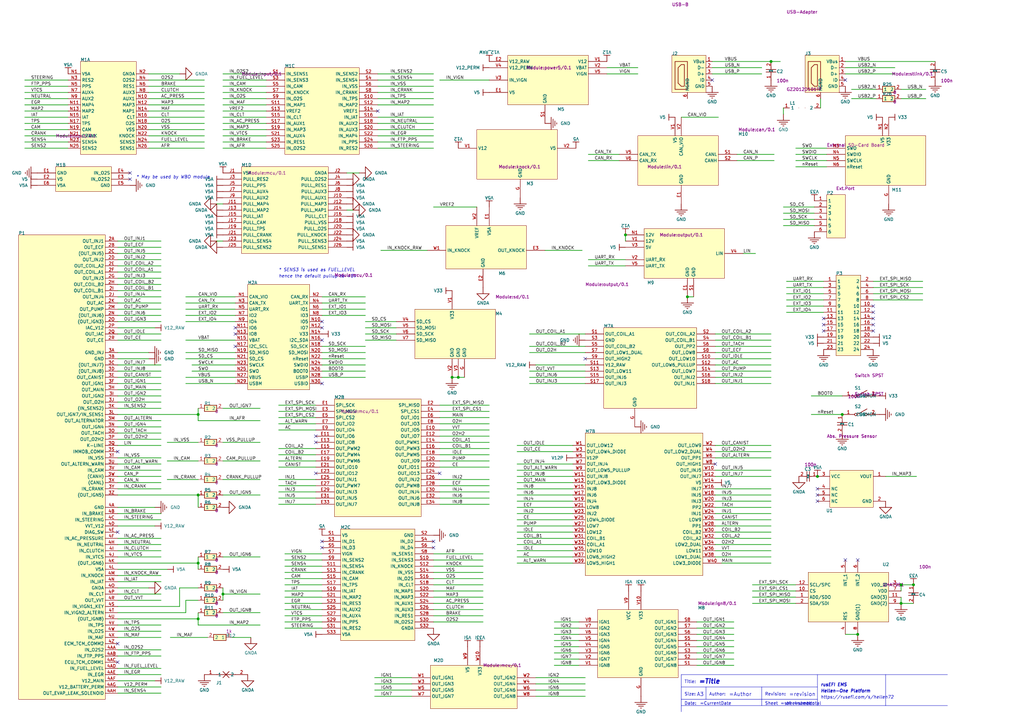
<source format=kicad_sch>
(kicad_sch (version 20201015) (generator eeschema)
  (paper "A3")
  (title_block (title "Hellen 72") (rev "b"))
  (junction (at 81.28 170.0022) (diameter 1.016))
  (junction (at 81.28 203.0222) (diameter 1.016))
  (junction (at 81.28 230.9622) (diameter 1.016))
  (junction (at 81.28 253.8222) (diameter 1.016))
  (junction (at 91.44 243.6622) (diameter 1.016))
  (junction (at 185.42 154.7622) (diameter 1.016))
  (junction (at 187.96 154.7622) (diameter 1.016))
  (junction (at 256.54 96.3422) (diameter 1.016))
  (junction (at 281.94 121.7422) (diameter 1.016))
  (junction (at 316.23 25.2222) (diameter 1.016))
  (junction (at 335.28 195.4022) (diameter 1.016))
  (junction (at 345.44 170.0022) (diameter 1.016))
  (junction (at 351.79 260.1722) (diameter 1.016))
  (junction (at 369.57 239.8522) (diameter 1.016))
  (junction (at 369.57 247.4722) (diameter 1.016))
  (junction (at 374.65 239.8522) (diameter 1.016))
  (no_connect (at 48.26 185.2422))
  (no_connect (at 48.26 218.2622))
  (no_connect (at 48.26 263.9822))
  (no_connect (at 48.26 271.6022))
  (no_connect (at 53.34 70.9422))
  (no_connect (at 53.34 73.4822))
  (no_connect (at 96.52 134.4422))
  (no_connect (at 96.52 136.9822))
  (no_connect (at 96.52 142.0622))
  (no_connect (at 129.54 178.8922))
  (no_connect (at 129.54 181.4322))
  (no_connect (at 129.54 194.1322))
  (no_connect (at 132.08 131.9022))
  (no_connect (at 132.08 134.4422))
  (no_connect (at 132.08 139.5222))
  (no_connect (at 132.08 157.3022))
  (no_connect (at 132.08 222.0722))
  (no_connect (at 132.08 224.6122))
  (no_connect (at 154.94 45.5422))
  (no_connect (at 177.8 222.0722))
  (no_connect (at 177.8 224.6122))
  (no_connect (at 180.34 194.1322))
  (no_connect (at 240.03 147.1422))
  (no_connect (at 292.1 32.8422))
  (no_connect (at 293.37 190.3222))
  (no_connect (at 335.28 200.4822))
  (no_connect (at 335.28 203.0222))
  (no_connect (at 335.28 205.5622))
  (no_connect (at 337.82 130.6322))
  (no_connect (at 337.82 133.1722))
  (no_connect (at 337.82 135.7122))
  (no_connect (at 346.71 32.8422))
  (no_connect (at 346.71 229.6922))
  (no_connect (at 351.79 229.6922))
  (no_connect (at 358.14 125.5522))
  (no_connect (at 358.14 128.0922))
  (no_connect (at 358.14 130.6322))
  (no_connect (at 358.14 133.1722))
  (no_connect (at 358.14 135.7122))
  (wire (pts (xy 27.94 32.8422) (xy 10.16 32.8422)) (stroke (width 0.254)))
  (wire (pts (xy 27.94 35.3822) (xy 10.16 35.3822)) (stroke (width 0.254)))
  (wire (pts (xy 27.94 37.9222) (xy 10.16 37.9222)) (stroke (width 0.254)))
  (wire (pts (xy 27.94 40.4622) (xy 10.16 40.4622)) (stroke (width 0.254)))
  (wire (pts (xy 27.94 43.0022) (xy 10.16 43.0022)) (stroke (width 0.254)))
  (wire (pts (xy 27.94 45.5422) (xy 10.16 45.5422)) (stroke (width 0.254)))
  (wire (pts (xy 27.94 48.0822) (xy 10.16 48.0822)) (stroke (width 0.254)))
  (wire (pts (xy 27.94 50.6222) (xy 10.16 50.6222)) (stroke (width 0.254)))
  (wire (pts (xy 27.94 53.1622) (xy 10.16 53.1622)) (stroke (width 0.254)))
  (wire (pts (xy 27.94 55.7022) (xy 10.16 55.7022)) (stroke (width 0.254)))
  (wire (pts (xy 27.94 58.2422) (xy 10.16 58.2422)) (stroke (width 0.254)))
  (wire (pts (xy 27.94 60.7822) (xy 10.16 60.7822)) (stroke (width 0.254)))
  (wire (pts (xy 48.26 98.8822) (xy 66.04 98.8822)) (stroke (width 0.254)))
  (wire (pts (xy 48.26 101.4222) (xy 66.04 101.4222)) (stroke (width 0.254)))
  (wire (pts (xy 48.26 103.9622) (xy 66.04 103.9622)) (stroke (width 0.254)))
  (wire (pts (xy 48.26 106.5022) (xy 66.04 106.5022)) (stroke (width 0.254)))
  (wire (pts (xy 48.26 109.0422) (xy 66.04 109.0422)) (stroke (width 0.254)))
  (wire (pts (xy 48.26 111.5822) (xy 66.04 111.5822)) (stroke (width 0.254)))
  (wire (pts (xy 48.26 114.1222) (xy 66.04 114.1222)) (stroke (width 0.254)))
  (wire (pts (xy 48.26 116.6622) (xy 66.04 116.6622)) (stroke (width 0.254)))
  (wire (pts (xy 48.26 119.2022) (xy 66.04 119.2022)) (stroke (width 0.254)))
  (wire (pts (xy 48.26 121.7422) (xy 66.04 121.7422)) (stroke (width 0.254)))
  (wire (pts (xy 48.26 124.2822) (xy 66.04 124.2822)) (stroke (width 0.254)))
  (wire (pts (xy 48.26 126.8222) (xy 66.04 126.8222)) (stroke (width 0.254)))
  (wire (pts (xy 48.26 129.3622) (xy 66.04 129.3622)) (stroke (width 0.254)))
  (wire (pts (xy 48.26 131.9022) (xy 66.04 131.9022)) (stroke (width 0.254)))
  (wire (pts (xy 48.26 134.4422) (xy 63.5 134.4422)) (stroke (width 0.254)))
  (wire (pts (xy 48.26 136.9822) (xy 66.04 136.9822)) (stroke (width 0.254)))
  (wire (pts (xy 48.26 139.5222) (xy 66.04 139.5222)) (stroke (width 0.254)))
  (wire (pts (xy 48.26 144.6022) (xy 60.96 144.6022)) (stroke (width 0.254)))
  (wire (pts (xy 48.26 147.1422) (xy 60.96 147.1422)) (stroke (width 0.254)))
  (wire (pts (xy 48.26 149.6822) (xy 66.04 149.6822)) (stroke (width 0.254)))
  (wire (pts (xy 48.26 152.2222) (xy 66.04 152.2222)) (stroke (width 0.254)))
  (wire (pts (xy 48.26 154.7622) (xy 66.04 154.7622)) (stroke (width 0.254)))
  (wire (pts (xy 48.26 157.3022) (xy 66.04 157.3022)) (stroke (width 0.254)))
  (wire (pts (xy 48.26 159.8422) (xy 66.04 159.8422)) (stroke (width 0.254)))
  (wire (pts (xy 48.26 162.3822) (xy 66.04 162.3822)) (stroke (width 0.254)))
  (wire (pts (xy 48.26 164.9222) (xy 66.04 164.9222)) (stroke (width 0.254)))
  (wire (pts (xy 48.26 167.4622) (xy 66.04 167.4622)) (stroke (width 0.254)))
  (wire (pts (xy 48.26 172.5422) (xy 66.04 172.5422)) (stroke (width 0.254)))
  (wire (pts (xy 48.26 175.0822) (xy 66.04 175.0822)) (stroke (width 0.254)))
  (wire (pts (xy 48.26 177.6222) (xy 66.04 177.6222)) (stroke (width 0.254)))
  (wire (pts (xy 48.26 180.1622) (xy 66.04 180.1622)) (stroke (width 0.254)))
  (wire (pts (xy 48.26 182.7022) (xy 66.04 182.7022)) (stroke (width 0.254)))
  (wire (pts (xy 48.26 187.7822) (xy 66.04 187.7822)) (stroke (width 0.254)))
  (wire (pts (xy 48.26 190.3222) (xy 66.04 190.3222)) (stroke (width 0.254)))
  (wire (pts (xy 48.26 192.8622) (xy 66.04 192.8622)) (stroke (width 0.254)))
  (wire (pts (xy 48.26 195.4022) (xy 66.04 195.4022)) (stroke (width 0.254)))
  (wire (pts (xy 48.26 197.9422) (xy 66.04 197.9422)) (stroke (width 0.254)))
  (wire (pts (xy 48.26 200.4822) (xy 66.04 200.4822)) (stroke (width 0.254)))
  (wire (pts (xy 48.26 203.0222) (xy 81.28 203.0222)) (stroke (width 0.254)))
  (wire (pts (xy 48.26 210.6422) (xy 66.04 210.6422)) (stroke (width 0.254)))
  (wire (pts (xy 48.26 213.1822) (xy 66.04 213.1822)) (stroke (width 0.254)))
  (wire (pts (xy 48.26 215.7222) (xy 63.5 215.7222)) (stroke (width 0.254)))
  (wire (pts (xy 48.26 220.8022) (xy 66.04 220.8022)) (stroke (width 0.254)))
  (wire (pts (xy 48.26 223.3422) (xy 66.04 223.3422)) (stroke (width 0.254)))
  (wire (pts (xy 48.26 225.8822) (xy 66.04 225.8822)) (stroke (width 0.254)))
  (wire (pts (xy 48.26 228.4222) (xy 66.04 228.4222)) (stroke (width 0.254)))
  (wire (pts (xy 48.26 230.9622) (xy 81.28 230.9622)) (stroke (width 0.254)))
  (wire (pts (xy 48.26 233.5022) (xy 68.58 233.5022)) (stroke (width 0.254)))
  (wire (pts (xy 48.26 236.0422) (xy 66.04 236.0422)) (stroke (width 0.254)))
  (wire (pts (xy 48.26 238.5822) (xy 66.04 238.5822)) (stroke (width 0.254)))
  (wire (pts (xy 48.26 241.1222) (xy 60.96 241.1222)) (stroke (width 0.254)))
  (wire (pts (xy 48.26 243.6622) (xy 66.04 243.6622)) (stroke (width 0.254)))
  (wire (pts (xy 48.26 246.2022) (xy 66.04 246.2022)) (stroke (width 0.254)))
  (wire (pts (xy 48.26 248.7422) (xy 73.66 248.7422)) (stroke (width 0.254)))
  (wire (pts (xy 48.26 251.2822) (xy 76.2 251.2822)) (stroke (width 0.254)))
  (wire (pts (xy 48.26 253.8222) (xy 81.28 253.8222)) (stroke (width 0.254)))
  (wire (pts (xy 48.26 256.3622) (xy 66.04 256.3622)) (stroke (width 0.254)))
  (wire (pts (xy 48.26 258.9022) (xy 66.04 258.9022)) (stroke (width 0.254)))
  (wire (pts (xy 48.26 261.4422) (xy 66.04 261.4422)) (stroke (width 0.254)))
  (wire (pts (xy 48.26 266.5222) (xy 66.04 266.5222)) (stroke (width 0.254)))
  (wire (pts (xy 48.26 269.0622) (xy 66.04 269.0622)) (stroke (width 0.254)))
  (wire (pts (xy 48.26 274.1422) (xy 66.04 274.1422)) (stroke (width 0.254)))
  (wire (pts (xy 48.26 276.6822) (xy 66.04 276.6822)) (stroke (width 0.254)))
  (wire (pts (xy 48.26 279.2222) (xy 63.5 279.2222)) (stroke (width 0.254)))
  (wire (pts (xy 48.26 281.7622) (xy 66.04 281.7622)) (stroke (width 0.254)))
  (wire (pts (xy 48.26 284.3022) (xy 66.04 284.3022)) (stroke (width 0.254)))
  (wire (pts (xy 60.96 32.8422) (xy 83.82 32.8422)) (stroke (width 0.254)))
  (wire (pts (xy 60.96 35.3822) (xy 83.82 35.3822)) (stroke (width 0.254)))
  (wire (pts (xy 60.96 37.9222) (xy 83.82 37.9222)) (stroke (width 0.254)))
  (wire (pts (xy 60.96 40.4622) (xy 83.82 40.4622)) (stroke (width 0.254)))
  (wire (pts (xy 60.96 43.0022) (xy 83.82 43.0022)) (stroke (width 0.254)))
  (wire (pts (xy 60.96 45.5422) (xy 83.82 45.5422)) (stroke (width 0.254)))
  (wire (pts (xy 60.96 48.0822) (xy 83.82 48.0822)) (stroke (width 0.254)))
  (wire (pts (xy 60.96 50.6222) (xy 83.82 50.6222)) (stroke (width 0.254)))
  (wire (pts (xy 60.96 53.1622) (xy 83.82 53.1622)) (stroke (width 0.254)))
  (wire (pts (xy 60.96 55.7022) (xy 83.82 55.7022)) (stroke (width 0.254)))
  (wire (pts (xy 60.96 58.2422) (xy 83.82 58.2422)) (stroke (width 0.254)))
  (wire (pts (xy 60.96 60.7822) (xy 83.82 60.7822)) (stroke (width 0.254)))
  (wire (pts (xy 63.5 208.1022) (xy 48.26 208.1022)) (stroke (width 0.254)))
  (wire (pts (xy 68.58 181.4322) (xy 81.28 181.4322)) (stroke (width 0.254)))
  (wire (pts (xy 68.58 189.0522) (xy 81.28 189.0522)) (stroke (width 0.254)))
  (wire (pts (xy 68.58 196.6722) (xy 81.28 196.6722)) (stroke (width 0.254)))
  (wire (pts (xy 73.66 30.3022) (xy 60.96 30.3022)) (stroke (width 0.254)))
  (wire (pts (xy 73.66 241.1222) (xy 81.28 241.1222)) (stroke (width 0.254)))
  (wire (pts (xy 73.66 248.7422) (xy 73.66 241.1222)) (stroke (width 0.254)))
  (wire (pts (xy 76.2 129.3622) (xy 96.52 129.3622)) (stroke (width 0.254)))
  (wire (pts (xy 76.2 131.9022) (xy 96.52 131.9022)) (stroke (width 0.254)))
  (wire (pts (xy 76.2 246.2022) (xy 81.28 246.2022)) (stroke (width 0.254)))
  (wire (pts (xy 76.2 251.2822) (xy 76.2 246.2022)) (stroke (width 0.254)))
  (wire (pts (xy 81.28 170.0022) (xy 48.26 170.0022)) (stroke (width 0.254)))
  (wire (pts (xy 81.28 170.0022) (xy 81.28 167.4622)) (stroke (width 0.254)))
  (wire (pts (xy 81.28 172.5422) (xy 81.28 170.0022)) (stroke (width 0.254)))
  (wire (pts (xy 81.28 203.0222) (xy 81.28 208.1022)) (stroke (width 0.254)))
  (wire (pts (xy 81.28 230.9622) (xy 81.28 228.4222)) (stroke (width 0.254)))
  (wire (pts (xy 81.28 230.9622) (xy 81.28 233.5022)) (stroke (width 0.254)))
  (wire (pts (xy 81.28 253.8222) (xy 81.28 251.2822)) (stroke (width 0.254)))
  (wire (pts (xy 81.28 256.3622) (xy 81.28 253.8222)) (stroke (width 0.254)))
  (wire (pts (xy 85.09 261.4422) (xy 69.85 261.4422)) (stroke (width 0.254)))
  (wire (pts (xy 88.9 83.6422) (xy 91.44 83.6422)) (stroke (width 0.254)))
  (wire (pts (xy 88.9 98.8822) (xy 91.44 98.8822)) (stroke (width 0.254)))
  (wire (pts (xy 91.44 167.4622) (xy 106.68 167.4622)) (stroke (width 0.254)))
  (wire (pts (xy 91.44 181.4322) (xy 106.68 181.4322)) (stroke (width 0.254)))
  (wire (pts (xy 91.44 189.0522) (xy 106.68 189.0522)) (stroke (width 0.254)))
  (wire (pts (xy 91.44 196.6722) (xy 106.68 196.6722)) (stroke (width 0.254)))
  (wire (pts (xy 91.44 203.0222) (xy 106.68 203.0222)) (stroke (width 0.254)))
  (wire (pts (xy 91.44 228.4222) (xy 106.68 228.4222)) (stroke (width 0.254)))
  (wire (pts (xy 91.44 241.1222) (xy 91.44 243.6622)) (stroke (width 0.254)))
  (wire (pts (xy 91.44 243.6622) (xy 91.44 246.2022)) (stroke (width 0.254)))
  (wire (pts (xy 91.44 243.6622) (xy 106.68 243.6622)) (stroke (width 0.254)))
  (wire (pts (xy 91.44 251.2822) (xy 106.68 251.2822)) (stroke (width 0.254)))
  (wire (pts (xy 95.25 261.4422) (xy 102.87 261.4422)) (stroke (width 0.254)))
  (wire (pts (xy 96.52 121.7422) (xy 76.2 121.7422)) (stroke (width 0.254)))
  (wire (pts (xy 96.52 124.2822) (xy 76.2 124.2822)) (stroke (width 0.254)))
  (wire (pts (xy 96.52 126.8222) (xy 76.2 126.8222)) (stroke (width 0.254)))
  (wire (pts (xy 96.52 139.5222) (xy 76.2 139.5222)) (stroke (width 0.254)))
  (wire (pts (xy 96.52 144.6022) (xy 76.2 144.6022)) (stroke (width 0.254)))
  (wire (pts (xy 96.52 147.1422) (xy 76.2 147.1422)) (stroke (width 0.254)))
  (wire (pts (xy 96.52 149.6822) (xy 78.74 149.6822)) (stroke (width 0.254)))
  (wire (pts (xy 96.52 152.2222) (xy 78.74 152.2222)) (stroke (width 0.254)))
  (wire (pts (xy 96.52 154.7622) (xy 76.2 154.7622)) (stroke (width 0.254)))
  (wire (pts (xy 96.52 157.3022) (xy 76.2 157.3022)) (stroke (width 0.254)))
  (wire (pts (xy 106.68 172.5422) (xy 81.28 172.5422)) (stroke (width 0.254)))
  (wire (pts (xy 106.68 256.3622) (xy 81.28 256.3622)) (stroke (width 0.254)))
  (wire (pts (xy 109.22 30.3022) (xy 91.44 30.3022)) (stroke (width 0.254)))
  (wire (pts (xy 109.22 32.8422) (xy 91.44 32.8422)) (stroke (width 0.254)))
  (wire (pts (xy 109.22 35.3822) (xy 91.44 35.3822)) (stroke (width 0.254)))
  (wire (pts (xy 109.22 37.9222) (xy 91.44 37.9222)) (stroke (width 0.254)))
  (wire (pts (xy 109.22 40.4622) (xy 91.44 40.4622)) (stroke (width 0.254)))
  (wire (pts (xy 109.22 43.0022) (xy 91.44 43.0022)) (stroke (width 0.254)))
  (wire (pts (xy 109.22 45.5422) (xy 91.44 45.5422)) (stroke (width 0.254)))
  (wire (pts (xy 109.22 48.0822) (xy 91.44 48.0822)) (stroke (width 0.254)))
  (wire (pts (xy 109.22 50.6222) (xy 91.44 50.6222)) (stroke (width 0.254)))
  (wire (pts (xy 109.22 53.1622) (xy 91.44 53.1622)) (stroke (width 0.254)))
  (wire (pts (xy 109.22 55.7022) (xy 91.44 55.7022)) (stroke (width 0.254)))
  (wire (pts (xy 109.22 58.2422) (xy 91.44 58.2422)) (stroke (width 0.254)))
  (wire (pts (xy 109.22 60.7822) (xy 91.44 60.7822)) (stroke (width 0.254)))
  (wire (pts (xy 114.3 166.1922) (xy 129.54 166.1922)) (stroke (width 0.254)))
  (wire (pts (xy 114.3 168.7322) (xy 129.54 168.7322)) (stroke (width 0.254)))
  (wire (pts (xy 114.3 171.2722) (xy 129.54 171.2722)) (stroke (width 0.254)))
  (wire (pts (xy 129.54 173.8122) (xy 114.3 173.8122)) (stroke (width 0.254)))
  (wire (pts (xy 129.54 176.3522) (xy 114.3 176.3522)) (stroke (width 0.254)))
  (wire (pts (xy 129.54 183.9722) (xy 114.3 183.9722)) (stroke (width 0.254)))
  (wire (pts (xy 129.54 186.5122) (xy 114.3 186.5122)) (stroke (width 0.254)))
  (wire (pts (xy 129.54 189.0522) (xy 114.3 189.0522)) (stroke (width 0.254)))
  (wire (pts (xy 129.54 191.5922) (xy 114.3 191.5922)) (stroke (width 0.254)))
  (wire (pts (xy 129.54 196.6722) (xy 114.3 196.6722)) (stroke (width 0.254)))
  (wire (pts (xy 129.54 199.2122) (xy 114.3 199.2122)) (stroke (width 0.254)))
  (wire (pts (xy 129.54 201.7522) (xy 114.3 201.7522)) (stroke (width 0.254)))
  (wire (pts (xy 129.54 204.2922) (xy 114.3 204.2922)) (stroke (width 0.254)))
  (wire (pts (xy 129.54 206.8322) (xy 114.3 206.8322)) (stroke (width 0.254)))
  (wire (pts (xy 132.08 126.8222) (xy 149.86 126.8222)) (stroke (width 0.254)))
  (wire (pts (xy 132.08 129.3622) (xy 149.86 129.3622)) (stroke (width 0.254)))
  (wire (pts (xy 132.08 227.1522) (xy 116.84 227.1522)) (stroke (width 0.254)))
  (wire (pts (xy 132.08 229.6922) (xy 116.84 229.6922)) (stroke (width 0.254)))
  (wire (pts (xy 132.08 232.2322) (xy 116.84 232.2322)) (stroke (width 0.254)))
  (wire (pts (xy 132.08 234.7722) (xy 116.84 234.7722)) (stroke (width 0.254)))
  (wire (pts (xy 132.08 237.3122) (xy 116.84 237.3122)) (stroke (width 0.254)))
  (wire (pts (xy 132.08 239.8522) (xy 116.84 239.8522)) (stroke (width 0.254)))
  (wire (pts (xy 132.08 242.3922) (xy 116.84 242.3922)) (stroke (width 0.254)))
  (wire (pts (xy 132.08 244.9322) (xy 116.84 244.9322)) (stroke (width 0.254)))
  (wire (pts (xy 132.08 247.4722) (xy 116.84 247.4722)) (stroke (width 0.254)))
  (wire (pts (xy 132.08 250.0122) (xy 116.84 250.0122)) (stroke (width 0.254)))
  (wire (pts (xy 132.08 252.5522) (xy 116.84 252.5522)) (stroke (width 0.254)))
  (wire (pts (xy 132.08 255.0922) (xy 116.84 255.0922)) (stroke (width 0.254)))
  (wire (pts (xy 132.08 257.6322) (xy 116.84 257.6322)) (stroke (width 0.254)))
  (wire (pts (xy 142.24 70.9422) (xy 147.32 70.9422)) (stroke (width 0.254)))
  (wire (pts (xy 144.78 86.1822) (xy 142.24 86.1822)) (stroke (width 0.254)))
  (wire (pts (xy 149.86 121.7422) (xy 132.08 121.7422)) (stroke (width 0.254)))
  (wire (pts (xy 149.86 124.2822) (xy 132.08 124.2822)) (stroke (width 0.254)))
  (wire (pts (xy 149.86 142.0622) (xy 132.08 142.0622)) (stroke (width 0.254)))
  (wire (pts (xy 149.86 144.6022) (xy 132.08 144.6022)) (stroke (width 0.254)))
  (wire (pts (xy 149.86 147.1422) (xy 132.08 147.1422)) (stroke (width 0.254)))
  (wire (pts (xy 149.86 149.6822) (xy 132.08 149.6822)) (stroke (width 0.254)))
  (wire (pts (xy 149.86 152.2222) (xy 132.08 152.2222)) (stroke (width 0.254)))
  (wire (pts (xy 149.86 154.7622) (xy 132.08 154.7622)) (stroke (width 0.254)))
  (wire (pts (xy 154.94 30.3022) (xy 177.8 30.3022)) (stroke (width 0.254)))
  (wire (pts (xy 154.94 35.3822) (xy 177.8 35.3822)) (stroke (width 0.254)))
  (wire (pts (xy 154.94 37.9222) (xy 177.8 37.9222)) (stroke (width 0.254)))
  (wire (pts (xy 154.94 40.4622) (xy 177.8 40.4622)) (stroke (width 0.254)))
  (wire (pts (xy 154.94 43.0022) (xy 177.8 43.0022)) (stroke (width 0.254)))
  (wire (pts (xy 154.94 48.0822) (xy 177.8 48.0822)) (stroke (width 0.254)))
  (wire (pts (xy 154.94 50.6222) (xy 177.8 50.6222)) (stroke (width 0.254)))
  (wire (pts (xy 154.94 53.1622) (xy 177.8 53.1622)) (stroke (width 0.254)))
  (wire (pts (xy 154.94 55.7022) (xy 177.8 55.7022)) (stroke (width 0.254)))
  (wire (pts (xy 154.94 58.2422) (xy 177.8 58.2422)) (stroke (width 0.254)))
  (wire (pts (xy 154.94 60.7822) (xy 177.8 60.7822)) (stroke (width 0.254)))
  (wire (pts (xy 156.21 102.6922) (xy 175.26 102.6922)) (stroke (width 0.254)))
  (wire (pts (xy 162.56 131.9022) (xy 149.86 131.9022)) (stroke (width 0.254)))
  (wire (pts (xy 162.56 134.4422) (xy 149.86 134.4422)) (stroke (width 0.254)))
  (wire (pts (xy 162.56 136.9822) (xy 149.86 136.9822)) (stroke (width 0.254)))
  (wire (pts (xy 162.56 139.5222) (xy 149.86 139.5222)) (stroke (width 0.254)))
  (wire (pts (xy 168.91 277.9522) (xy 153.67 277.9522)) (stroke (width 0.254)))
  (wire (pts (xy 168.91 280.4922) (xy 153.67 280.4922)) (stroke (width 0.254)))
  (wire (pts (xy 168.91 283.0322) (xy 153.67 283.0322)) (stroke (width 0.254)))
  (wire (pts (xy 168.91 285.5722) (xy 153.67 285.5722)) (stroke (width 0.254)))
  (wire (pts (xy 177.8 32.8422) (xy 154.94 32.8422)) (stroke (width 0.254)))
  (wire (pts (xy 177.8 227.1522) (xy 198.12 227.1522)) (stroke (width 0.254)))
  (wire (pts (xy 177.8 229.6922) (xy 198.12 229.6922)) (stroke (width 0.254)))
  (wire (pts (xy 180.34 32.8422) (xy 200.66 32.8422)) (stroke (width 0.254)))
  (wire (pts (xy 180.34 166.1922) (xy 200.66 166.1922)) (stroke (width 0.254)))
  (wire (pts (xy 180.34 168.7322) (xy 200.66 168.7322)) (stroke (width 0.254)))
  (wire (pts (xy 180.34 171.2722) (xy 200.66 171.2722)) (stroke (width 0.254)))
  (wire (pts (xy 180.34 173.8122) (xy 200.66 173.8122)) (stroke (width 0.254)))
  (wire (pts (xy 180.34 204.2922) (xy 200.66 204.2922)) (stroke (width 0.254)))
  (wire (pts (xy 180.34 206.8322) (xy 200.66 206.8322)) (stroke (width 0.254)))
  (wire (pts (xy 187.96 154.7622) (xy 185.42 154.7622)) (stroke (width 0.254)))
  (wire (pts (xy 190.5 154.7622) (xy 187.96 154.7622)) (stroke (width 0.254)))
  (wire (pts (xy 195.58 84.9122) (xy 177.8 84.9122)) (stroke (width 0.254)))
  (wire (pts (xy 198.12 232.2322) (xy 177.8 232.2322)) (stroke (width 0.254)))
  (wire (pts (xy 198.12 234.7722) (xy 177.8 234.7722)) (stroke (width 0.254)))
  (wire (pts (xy 198.12 237.3122) (xy 177.8 237.3122)) (stroke (width 0.254)))
  (wire (pts (xy 198.12 239.8522) (xy 177.8 239.8522)) (stroke (width 0.254)))
  (wire (pts (xy 198.12 242.3922) (xy 177.8 242.3922)) (stroke (width 0.254)))
  (wire (pts (xy 198.12 244.9322) (xy 177.8 244.9322)) (stroke (width 0.254)))
  (wire (pts (xy 198.12 247.4722) (xy 177.8 247.4722)) (stroke (width 0.254)))
  (wire (pts (xy 198.12 250.0122) (xy 177.8 250.0122)) (stroke (width 0.254)))
  (wire (pts (xy 198.12 252.5522) (xy 177.8 252.5522)) (stroke (width 0.254)))
  (wire (pts (xy 198.12 255.0922) (xy 177.8 255.0922)) (stroke (width 0.254)))
  (wire (pts (xy 200.66 176.3522) (xy 180.34 176.3522)) (stroke (width 0.254)))
  (wire (pts (xy 200.66 178.8922) (xy 180.34 178.8922)) (stroke (width 0.254)))
  (wire (pts (xy 200.66 181.4322) (xy 180.34 181.4322)) (stroke (width 0.254)))
  (wire (pts (xy 200.66 183.9722) (xy 180.34 183.9722)) (stroke (width 0.254)))
  (wire (pts (xy 200.66 186.5122) (xy 180.34 186.5122)) (stroke (width 0.254)))
  (wire (pts (xy 200.66 189.0522) (xy 180.34 189.0522)) (stroke (width 0.254)))
  (wire (pts (xy 200.66 191.5922) (xy 180.34 191.5922)) (stroke (width 0.254)))
  (wire (pts (xy 200.66 196.6722) (xy 180.34 196.6722)) (stroke (width 0.254)))
  (wire (pts (xy 200.66 199.2122) (xy 180.34 199.2122)) (stroke (width 0.254)))
  (wire (pts (xy 200.66 201.7522) (xy 180.34 201.7522)) (stroke (width 0.254)))
  (wire (pts (xy 219.71 149.6822) (xy 240.03 149.6822)) (stroke (width 0.254)))
  (wire (pts (xy 223.52 102.6922) (xy 238.76 102.6922)) (stroke (width 0.254)))
  (wire (pts (xy 234.95 182.7022) (xy 212.09 182.7022)) (stroke (width 0.254)))
  (wire (pts (xy 234.95 185.2422) (xy 212.09 185.2422)) (stroke (width 0.254)))
  (wire (pts (xy 234.95 190.3222) (xy 212.09 190.3222)) (stroke (width 0.254)))
  (wire (pts (xy 234.95 192.8622) (xy 212.09 192.8622)) (stroke (width 0.254)))
  (wire (pts (xy 234.95 195.4022) (xy 212.09 195.4022)) (stroke (width 0.254)))
  (wire (pts (xy 234.95 197.9422) (xy 212.09 197.9422)) (stroke (width 0.254)))
  (wire (pts (xy 234.95 200.4822) (xy 212.09 200.4822)) (stroke (width 0.254)))
  (wire (pts (xy 234.95 203.0222) (xy 212.09 203.0222)) (stroke (width 0.254)))
  (wire (pts (xy 234.95 205.5622) (xy 212.09 205.5622)) (stroke (width 0.254)))
  (wire (pts (xy 234.95 208.1022) (xy 212.09 208.1022)) (stroke (width 0.254)))
  (wire (pts (xy 234.95 210.6422) (xy 212.09 210.6422)) (stroke (width 0.254)))
  (wire (pts (xy 234.95 213.1822) (xy 212.09 213.1822)) (stroke (width 0.254)))
  (wire (pts (xy 234.95 215.7222) (xy 212.09 215.7222)) (stroke (width 0.254)))
  (wire (pts (xy 234.95 218.2622) (xy 212.09 218.2622)) (stroke (width 0.254)))
  (wire (pts (xy 234.95 220.8022) (xy 212.09 220.8022)) (stroke (width 0.254)))
  (wire (pts (xy 234.95 223.3422) (xy 212.09 223.3422)) (stroke (width 0.254)))
  (wire (pts (xy 234.95 225.8822) (xy 212.09 225.8822)) (stroke (width 0.254)))
  (wire (pts (xy 234.95 228.4222) (xy 212.09 228.4222)) (stroke (width 0.254)))
  (wire (pts (xy 234.95 230.9622) (xy 212.09 230.9622)) (stroke (width 0.254)))
  (wire (pts (xy 237.49 255.0922) (xy 227.33 255.0922)) (stroke (width 0.254)))
  (wire (pts (xy 237.49 257.6322) (xy 227.33 257.6322)) (stroke (width 0.254)))
  (wire (pts (xy 237.49 260.1722) (xy 227.33 260.1722)) (stroke (width 0.254)))
  (wire (pts (xy 237.49 262.7122) (xy 227.33 262.7122)) (stroke (width 0.254)))
  (wire (pts (xy 237.49 265.2522) (xy 227.33 265.2522)) (stroke (width 0.254)))
  (wire (pts (xy 237.49 267.7922) (xy 227.33 267.7922)) (stroke (width 0.254)))
  (wire (pts (xy 237.49 270.3322) (xy 227.33 270.3322)) (stroke (width 0.254)))
  (wire (pts (xy 237.49 272.8722) (xy 227.33 272.8722)) (stroke (width 0.254)))
  (wire (pts (xy 240.03 136.9822) (xy 217.17 136.9822)) (stroke (width 0.254)))
  (wire (pts (xy 240.03 142.0622) (xy 217.17 142.0622)) (stroke (width 0.254)))
  (wire (pts (xy 240.03 144.6022) (xy 217.17 144.6022)) (stroke (width 0.254)))
  (wire (pts (xy 240.03 152.2222) (xy 217.17 152.2222)) (stroke (width 0.254)))
  (wire (pts (xy 240.03 154.7622) (xy 217.17 154.7622)) (stroke (width 0.254)))
  (wire (pts (xy 240.03 157.3022) (xy 217.17 157.3022)) (stroke (width 0.254)))
  (wire (pts (xy 240.03 277.9522) (xy 219.71 277.9522)) (stroke (width 0.254)))
  (wire (pts (xy 240.03 280.4922) (xy 219.71 280.4922)) (stroke (width 0.254)))
  (wire (pts (xy 240.03 283.0322) (xy 219.71 283.0322)) (stroke (width 0.254)))
  (wire (pts (xy 240.03 285.5722) (xy 219.71 285.5722)) (stroke (width 0.254)))
  (wire (pts (xy 241.3 63.3222) (xy 254 63.3222)) (stroke (width 0.254)))
  (wire (pts (xy 241.3 65.8622) (xy 254 65.8622)) (stroke (width 0.254)))
  (wire (pts (xy 248.92 27.7622) (xy 261.62 27.7622)) (stroke (width 0.254)))
  (wire (pts (xy 248.92 30.3022) (xy 261.62 30.3022)) (stroke (width 0.254)))
  (wire (pts (xy 256.54 96.3422) (xy 256.54 98.8822)) (stroke (width 0.254)))
  (wire (pts (xy 256.54 106.5022) (xy 241.3 106.5022)) (stroke (width 0.254)))
  (wire (pts (xy 256.54 109.0422) (xy 241.3 109.0422)) (stroke (width 0.254)))
  (wire (pts (xy 281.94 121.7422) (xy 284.48 121.7422)) (stroke (width 0.254)))
  (wire (pts (xy 294.64 48.0822) (xy 279.4 48.0822)) (stroke (width 0.254)))
  (wire (pts (xy 300.99 255.0922) (xy 285.75 255.0922)) (stroke (width 0.254)))
  (wire (pts (xy 300.99 257.6322) (xy 285.75 257.6322)) (stroke (width 0.254)))
  (wire (pts (xy 300.99 260.1722) (xy 285.75 260.1722)) (stroke (width 0.254)))
  (wire (pts (xy 300.99 262.7122) (xy 285.75 262.7122)) (stroke (width 0.254)))
  (wire (pts (xy 300.99 265.2522) (xy 285.75 265.2522)) (stroke (width 0.254)))
  (wire (pts (xy 300.99 267.7922) (xy 285.75 267.7922)) (stroke (width 0.254)))
  (wire (pts (xy 300.99 270.3322) (xy 285.75 270.3322)) (stroke (width 0.254)))
  (wire (pts (xy 300.99 272.8722) (xy 285.75 272.8722)) (stroke (width 0.254)))
  (wire (pts (xy 304.8 103.9622) (xy 309.88 103.9622)) (stroke (width 0.254)))
  (wire (pts (xy 312.42 27.7622) (xy 292.1 27.7622)) (stroke (width 0.254)))
  (wire (pts (xy 312.42 30.3022) (xy 292.1 30.3022)) (stroke (width 0.254)))
  (wire (pts (xy 316.23 25.2222) (xy 292.1 25.2222)) (stroke (width 0.254)))
  (wire (pts (xy 316.23 136.9822) (xy 293.37 136.9822)) (stroke (width 0.254)))
  (wire (pts (xy 316.23 139.5222) (xy 293.37 139.5222)) (stroke (width 0.254)))
  (wire (pts (xy 316.23 142.0622) (xy 293.37 142.0622)) (stroke (width 0.254)))
  (wire (pts (xy 316.23 144.6022) (xy 293.37 144.6022)) (stroke (width 0.254)))
  (wire (pts (xy 316.23 147.1422) (xy 293.37 147.1422)) (stroke (width 0.254)))
  (wire (pts (xy 316.23 149.6822) (xy 293.37 149.6822)) (stroke (width 0.254)))
  (wire (pts (xy 316.23 152.2222) (xy 293.37 152.2222)) (stroke (width 0.254)))
  (wire (pts (xy 316.23 154.7622) (xy 293.37 154.7622)) (stroke (width 0.254)))
  (wire (pts (xy 316.23 157.3022) (xy 293.37 157.3022)) (stroke (width 0.254)))
  (wire (pts (xy 316.23 182.7022) (xy 293.37 182.7022)) (stroke (width 0.254)))
  (wire (pts (xy 316.23 185.2422) (xy 293.37 185.2422)) (stroke (width 0.254)))
  (wire (pts (xy 316.23 187.7822) (xy 293.37 187.7822)) (stroke (width 0.254)))
  (wire (pts (xy 316.23 192.8622) (xy 293.37 192.8622)) (stroke (width 0.254)))
  (wire (pts (xy 316.23 195.4022) (xy 293.37 195.4022)) (stroke (width 0.254)))
  (wire (pts (xy 316.23 200.4822) (xy 293.37 200.4822)) (stroke (width 0.254)))
  (wire (pts (xy 316.23 203.0222) (xy 293.37 203.0222)) (stroke (width 0.254)))
  (wire (pts (xy 316.23 205.5622) (xy 293.37 205.5622)) (stroke (width 0.254)))
  (wire (pts (xy 316.23 208.1022) (xy 293.37 208.1022)) (stroke (width 0.254)))
  (wire (pts (xy 316.23 210.6422) (xy 293.37 210.6422)) (stroke (width 0.254)))
  (wire (pts (xy 316.23 213.1822) (xy 293.37 213.1822)) (stroke (width 0.254)))
  (wire (pts (xy 316.23 215.7222) (xy 293.37 215.7222)) (stroke (width 0.254)))
  (wire (pts (xy 316.23 218.2622) (xy 293.37 218.2622)) (stroke (width 0.254)))
  (wire (pts (xy 316.23 220.8022) (xy 293.37 220.8022)) (stroke (width 0.254)))
  (wire (pts (xy 316.23 223.3422) (xy 293.37 223.3422)) (stroke (width 0.254)))
  (wire (pts (xy 316.23 225.8822) (xy 293.37 225.8822)) (stroke (width 0.254)))
  (wire (pts (xy 316.23 228.4222) (xy 293.37 228.4222)) (stroke (width 0.254)))
  (wire (pts (xy 316.23 230.9622) (xy 295.91 230.9622)) (stroke (width 0.254)))
  (wire (pts (xy 317.5 63.3222) (xy 302.26 63.3222)) (stroke (width 0.254)))
  (wire (pts (xy 317.5 65.8622) (xy 302.26 65.8622)) (stroke (width 0.254)))
  (wire (pts (xy 320.04 25.2222) (xy 316.23 25.2222)) (stroke (width 0.254)))
  (wire (pts (xy 321.31 44.2722) (xy 321.31 46.8122)) (stroke (width 0.254)))
  (wire (pts (xy 322.58 120.4722) (xy 337.82 120.4722)) (stroke (width 0.254)))
  (wire (pts (xy 322.58 123.0122) (xy 337.82 123.0122)) (stroke (width 0.254)))
  (wire (pts (xy 322.58 125.5522) (xy 337.82 125.5522)) (stroke (width 0.254)))
  (wire (pts (xy 322.58 128.0922) (xy 337.82 128.0922)) (stroke (width 0.254)))
  (wire (pts (xy 326.39 60.7822) (xy 339.09 60.7822)) (stroke (width 0.254)))
  (wire (pts (xy 326.39 63.3222) (xy 339.09 63.3222)) (stroke (width 0.254)))
  (wire (pts (xy 326.39 65.8622) (xy 339.09 65.8622)) (stroke (width 0.254)))
  (wire (pts (xy 326.39 68.4022) (xy 339.09 68.4022)) (stroke (width 0.254)))
  (wire (pts (xy 326.39 239.8522) (xy 308.61 239.8522)) (stroke (width 0.254)))
  (wire (pts (xy 326.39 242.3922) (xy 308.61 242.3922)) (stroke (width 0.254)))
  (wire (pts (xy 326.39 244.9322) (xy 308.61 244.9322)) (stroke (width 0.254)))
  (wire (pts (xy 326.39 247.4722) (xy 308.61 247.4722)) (stroke (width 0.254)))
  (wire (pts (xy 332.74 162.3822) (xy 345.44 162.3822)) (stroke (width 0.254)))
  (wire (pts (xy 332.74 170.0022) (xy 345.44 170.0022)) (stroke (width 0.254)))
  (wire (pts (xy 334.01 84.9122) (xy 321.31 84.9122)) (stroke (width 0.254)))
  (wire (pts (xy 334.01 87.4522) (xy 321.31 87.4522)) (stroke (width 0.254)))
  (wire (pts (xy 334.01 89.9922) (xy 321.31 89.9922)) (stroke (width 0.254)))
  (wire (pts (xy 334.01 92.5322) (xy 321.31 92.5322)) (stroke (width 0.254)))
  (wire (pts (xy 336.55 40.4622) (xy 336.55 44.2722)) (stroke (width 0.254)))
  (wire (pts (xy 337.82 115.3922) (xy 322.58 115.3922)) (stroke (width 0.254)))
  (wire (pts (xy 337.82 117.9322) (xy 322.58 117.9322)) (stroke (width 0.254)))
  (wire (pts (xy 346.71 25.2222) (xy 383.54 25.2222)) (stroke (width 0.254)))
  (wire (pts (xy 346.71 260.1722) (xy 351.79 260.1722)) (stroke (width 0.254)))
  (wire (pts (xy 358.14 115.3922) (xy 378.46 115.3922)) (stroke (width 0.254)))
  (wire (pts (xy 358.14 117.9322) (xy 378.46 117.9322)) (stroke (width 0.254)))
  (wire (pts (xy 358.14 120.4722) (xy 378.46 120.4722)) (stroke (width 0.254)))
  (wire (pts (xy 358.14 123.0122) (xy 378.46 123.0122)) (stroke (width 0.254)))
  (wire (pts (xy 359.41 36.6522) (xy 349.25 36.6522)) (stroke (width 0.254)))
  (wire (pts (xy 359.41 40.4622) (xy 349.25 40.4622)) (stroke (width 0.254)))
  (wire (pts (xy 367.03 27.7622) (xy 346.71 27.7622)) (stroke (width 0.254)))
  (wire (pts (xy 367.03 30.3022) (xy 346.71 30.3022)) (stroke (width 0.254)))
  (wire (pts (xy 369.57 40.4622) (xy 379.73 40.4622)) (stroke (width 0.254)))
  (wire (pts (xy 369.57 239.8522) (xy 374.65 239.8522)) (stroke (width 0.254)))
  (wire (pts (xy 369.57 242.3922) (xy 369.57 239.8522)) (stroke (width 0.254)))
  (wire (pts (xy 369.57 244.9322) (xy 369.57 247.4722)) (stroke (width 0.254)))
  (wire (pts (xy 374.65 247.4722) (xy 369.57 247.4722)) (stroke (width 0.254)))
  (wire (pts (xy 375.92 195.4022) (xy 363.22 195.4022)) (stroke (width 0.254)))
  (wire (pts (xy 379.73 36.6522) (xy 369.57 36.6522)) (stroke (width 0.254)))
  (polyline (pts (xy 279.4 276.6822) (xy 279.4 291.9222)) (stroke (width 0) (type solid)))
  (polyline (pts (xy 279.4 281.7622) (xy 335.28 281.7622)) (stroke (width 0) (type solid)))
  (polyline (pts (xy 279.4 286.8422) (xy 335.28 286.8422)) (stroke (width 0) (type solid)))
  (polyline (pts (xy 289.56 281.7622) (xy 289.56 286.8422)) (stroke (width 0) (type solid)))
  (polyline (pts (xy 312.42 281.7622) (xy 312.42 289.3822)) (stroke (width 0) (type solid)))
  (polyline (pts (xy 335.28 276.6822) (xy 335.28 289.3822)) (stroke (width 0) (type solid)))
  (polyline (pts (xy 363.22 276.6822) (xy 279.4 276.6822)) (stroke (width 0) (type solid)))
  (polyline (pts (xy 363.22 276.6822) (xy 363.22 289.3822)) (stroke (width 0) (type solid)))
  (polyline (pts (xy 363.22 289.3822) (xy 279.4 289.3822)) (stroke (width 0) (type solid)))
  (polyline (pts (xy 363.22 289.3822) (xy 388.62 289.3822)) (stroke (width 0) (type solid)))
  (polyline (pts (xy 388.62 276.6822) (xy 363.22 276.6822)) (stroke (width 0) (type solid)))
  (text "* May be used by WBO module" (at 55.88 73.4822 180) (effects (font (size 1.27 1.27) italic) (justify left bottom)))
  (text "* SENS3 is used as FUEL_LEVEL" (at 114.3 111.5822 180) (effects (font (size 1.27 1.27) italic) (justify left bottom)))
  (text "hence the default pullup to +5V" (at 114.3 114.1222 180) (effects (font (size 1.27 1.27) italic) (justify left bottom)))
  (text "Title:" (at 280.67 280.4922 180) (effects (font (size 1.27 1.27)) (justify left bottom)))
  (text "Size:" (at 280.67 285.5722 180) (effects (font (size 1.27 1.27)) (justify left bottom)))
  (text "Date:" (at 280.67 289.3822 180) (effects (font (size 1.27 1.27)) (justify left bottom)))
  (text "A3" (at 285.75 285.8262 180) (effects (font (size 1.524 1.524)) (justify left bottom)))
  (text "=Title" (at 286.512 280.7462 180) (effects (font (size 1.905 1.905) bold italic) (justify left bottom)))
  (text "=CurrentDate" (at 287.02 289.3822 180) (effects (font (size 1.27 1.27)) (justify left bottom)))
  (text "Author:" (at 290.83 285.5722 180) (effects (font (size 1.27 1.27)) (justify left bottom)))
  (text "=Author" (at 298.958 285.8262 180) (effects (font (size 1.524 1.524)) (justify left bottom)))
  (text "Revision:" (at 313.69 285.5722 180) (effects (font (size 1.27 1.27)) (justify left bottom)))
  (text "Sheet" (at 313.69 289.3822 180) (effects (font (size 1.27 1.27)) (justify left bottom)))
  (text "=sheetnumber" (at 320.04 289.3822 180) (effects (font (size 1.27 1.27)) (justify left bottom)))
  (text "of" (at 322.326 289.3822 180) (effects (font (size 1.27 1.27)) (justify left bottom)))
  (text "=revision" (at 323.596 285.8262 180) (effects (font (size 1.524 1.524)) (justify left bottom)))
  (text "=sheettotal" (at 325.628 289.3822 180) (effects (font (size 1.27 1.27)) (justify left bottom)))
  (text "rusEFI EMS" (at 336.55 281.7622 180) (effects (font (size 1.27 1.27) bold italic) (justify left bottom)))
  (text "Hellen-One Platform" (at 336.55 284.3022 180) (effects (font (size 1.27 1.27) bold italic) (justify left bottom)))
  (text "https://rusefi.com/s/hellen72" (at 336.55 286.8422 180) (effects (font (size 1.27 1.27) italic) (justify left bottom)))
  (label "STEERING" (at 12.7 32.8422 0))
  (label "FTP_PPS" (at 12.7 35.3822 0))
  (label "VTCS" (at 12.7 37.9222 0))
  (label "NEUTRAL" (at 12.7 40.4622 0))
  (label "EGR" (at 12.7 43.0022 0))
  (label "MAP2" (at 12.7 45.5422 0))
  (label "IAT" (at 12.7 48.0822 0))
  (label "TPS" (at 12.7 50.6222 0))
  (label "CAM" (at 12.7 53.1622 0))
  (label "CRANK" (at 12.7 55.7022 0))
  (label "SENS4" (at 12.7 58.2422 0))
  (label "SENS2" (at 12.7 60.7822 0))
  (label "OUT_INJ1" (at 50.8 98.8822 0))
  (label "OUT_ECF" (at 50.8 101.4222 0))
  (label "OUT_INJ5" (at 50.8 103.9622 0))
  (label "OUT_INJ2" (at 50.8 106.5022 0))
  (label "OUT_COIL_A2" (at 50.8 109.0422 0))
  (label "OUT_COIL_A1" (at 50.8 111.5822 0))
  (label "OUT_INJ3" (at 50.8 114.1222 0))
  (label "OUT_COIL_B2" (at 50.8 116.6622 0))
  (label "OUT_COIL_B1" (at 50.8 119.2022 0))
  (label "OUT_INJ4" (at 50.8 121.7422 0))
  (label "OUT_AC" (at 50.8 124.2822 0))
  (label "OUT_PUMP" (at 50.8 126.8222 0))
  (label "OUT_INJ6" (at 50.8 129.3622 0))
  (label "OUT_IGN3" (at 50.8 131.9022 0))
  (label "OUT_IDLE" (at 50.8 136.9822 0))
  (label "OUT_CE" (at 50.8 139.5222 0))
  (label "OUT_INJ7" (at 50.8 149.6822 0))
  (label "OUT_INJ8" (at 50.8 152.2222 0))
  (label "OUT_CANIST" (at 50.8 154.7622 0))
  (label "OUT_IGN1" (at 50.8 157.3022 0))
  (label "OUT_MAIN" (at 50.8 159.8422 0))
  (label "OUT_IGN2" (at 50.8 162.3822 0))
  (label "OUT_O2H" (at 50.8 164.9222 0))
  (label "IN_SENS2" (at 50.8 167.4622 0))
  (label "OUT_ALTERN" (at 50.8 172.5422 0))
  (label "OUT_IGN4" (at 50.8 175.0822 0))
  (label "OUT_TACH" (at 50.8 177.6222 0))
  (label "OUT_O2H2" (at 50.8 180.1622 0))
  (label "LIN" (at 50.8 182.7022 0))
  (label "IN_VSS" (at 50.8 187.7822 0))
  (label "OUT_ALT_WARN" (at 50.8 190.3222 0))
  (label "IN_CAM" (at 50.8 192.8622 0))
  (label "CAN_P" (at 50.8 195.4022 0))
  (label "CAN_N" (at 50.8 197.9422 0))
  (label "IN_CRANK" (at 50.8 200.4822 0))
  (label "IN_BRAKE" (at 50.8 210.6422 0))
  (label "IN_STEERING" (at 50.8 213.1822 0))
  (label "IN_AC_PRESS" (at 50.8 220.8022 0))
  (label "IN_NEUTRAL" (at 50.8 223.3422 0))
  (label "IN_CLUTCH" (at 50.8 225.8822 0))
  (label "IN_VTCS" (at 50.8 228.4222 0))
  (label "IN_KNOCK_RAW" (at 50.8 236.0422 0))
  (label "IN_IAT" (at 50.8 238.5822 0))
  (label "IN_CLT" (at 50.8 243.6622 0))
  (label "OUT_VVT" (at 50.8 246.2022 0))
  (label "IN_TPS" (at 50.8 256.3622 0))
  (label "IN_O2S" (at 50.8 258.9022 0))
  (label "IN_MAF" (at 50.8 261.4422 0))
  (label "IN_O2S2" (at 50.8 266.5222 0))
  (label "IN_FTP_PPS" (at 50.8 269.0622 0))
  (label "IN_FUEL_LEVEL" (at 50.8 274.1422 0))
  (label "IN_EGR" (at 50.8 276.6822 0))
  (label "V12_PERM" (at 50.8 281.7622 0))
  (label "IN_SENS4" (at 50.8 284.3022 0))
  (label "O2S2" (at 66.04 32.8422 0))
  (label "BRAKE" (at 66.04 35.3822 0))
  (label "CLUTCH" (at 66.04 37.9222 0))
  (label "AC_PRESS" (at 66.04 40.4622 0))
  (label "MAP3" (at 66.04 43.0022 0))
  (label "MAF" (at 66.04 45.5422 0))
  (label "CLT" (at 66.04 48.0822 0))
  (label "O2S" (at 66.04 50.6222 0))
  (label "VSS" (at 66.04 53.1622 0))
  (label "KNOCK" (at 66.04 55.7022 0))
  (label "FUEL_LEVEL" (at 66.04 58.2422 0))
  (label "AFR" (at 66.04 60.7822 0))
  (label "IN_VSS" (at 71.12 181.4322 0))
  (label "IN_CAM" (at 71.12 189.0522 0))
  (label "IN_CRANK" (at 71.12 196.6722 0))
  (label "IN_MAF" (at 72.39 261.4422 0))
  (label "CAN_VIO" (at 81.28 121.7422 0))
  (label "CAN_TX" (at 81.28 124.2822 0))
  (label "UART_RX" (at 81.28 126.8222 0))
  (label "EXT_IO2" (at 81.28 129.3622 0))
  (label "EXT_IO4" (at 81.28 131.9022 0))
  (label "VBAT" (at 81.28 139.5222 0))
  (label "SD_MISO" (at 81.28 144.6022 0))
  (label "SD_CS" (at 81.28 147.1422 0))
  (label "SWCLK" (at 81.28 149.6822 0))
  (label "SWO" (at 81.28 152.2222 0))
  (label "VBUS" (at 81.28 154.7622 0))
  (label "USB_N" (at 81.28 157.3022 0))
  (label "VSS_PULLUP" (at 92.71 181.4322 0))
  (label "CAM_PULLUP" (at 92.71 189.0522 0))
  (label "CRANK_PULLUP" (at 92.71 196.6722 0))
  (label "IN_O2S2" (at 93.98 30.3022 0))
  (label "IN_FUEL_LEVEL" (at 93.98 32.8422 0))
  (label "IN_CAM" (at 93.98 35.3822 0))
  (label "IN_KNOCK" (at 93.98 37.9222 0))
  (label "IN_O2S" (at 93.98 40.4622 0))
  (label "IN_MAF" (at 93.98 43.0022 0))
  (label "VREF2" (at 93.98 45.5422 0))
  (label "IN_CLT" (at 93.98 48.0822 0))
  (label "IN_AC_PRESS" (at 93.98 50.6222 0))
  (label "IN_MAP3" (at 93.98 53.1622 0))
  (label "IN_VTCS" (at 93.98 55.7022 0))
  (label "IN_BRAKE" (at 93.98 58.2422 0))
  (label "IN_AFR" (at 93.98 60.7822 0))
  (label "OUT_IGN7" (at 93.98 167.4622 0))
  (label "IN_AFR" (at 93.98 172.5422 0))
  (label "OUT_IGN5" (at 93.98 203.0222 0))
  (label "OUT_IGN6" (at 93.98 228.4222 0))
  (label "IN_VIGN" (at 93.98 243.6622 0))
  (label "OUT_IGN8" (at 93.98 251.2822 0))
  (label "IN_MAP2" (at 93.98 256.3622 0))
  (label "EXT_SPI_SCK" (at 116.84 166.1922 0))
  (label "EXT_SPI_MOSI" (at 116.84 168.7322 0))
  (label "EXT_SPI_CS2" (at 116.84 171.2722 0))
  (label "ALT_WARN" (at 116.84 173.8122 0))
  (label "AC" (at 116.84 176.3522 0))
  (label "COIL_A2" (at 116.84 183.9722 0))
  (label "COIL_B2" (at 116.84 186.5122 0))
  (label "ALTERN" (at 116.84 189.0522 0))
  (label "CANIST" (at 116.84 191.5922 0))
  (label "INJ1" (at 116.84 196.6722 0))
  (label "TACH" (at 116.84 199.2122 0))
  (label "INJ3" (at 116.84 201.7522 0))
  (label "INJ5" (at 116.84 204.2922 0))
  (label "INJ7" (at 116.84 206.8322 0))
  (label "VIGN" (at 119.38 227.1522 0))
  (label "SENS2" (at 119.38 229.6922 0))
  (label "SENS4" (at 119.38 232.2322 0))
  (label "CRANK" (at 119.38 234.7722 0))
  (label "CAM" (at 119.38 237.3122 0))
  (label "TPS" (at 119.38 239.8522 0))
  (label "IAT" (at 119.38 242.3922 0))
  (label "MAP2" (at 119.38 244.9322 0))
  (label "EGR" (at 119.38 247.4722 0))
  (label "NEUTRAL" (at 119.38 250.0122 0))
  (label "VTCS" (at 119.38 252.5522 0))
  (label "FTP_PPS" (at 119.38 255.0922 0))
  (label "STEERING" (at 119.38 257.6322 0))
  (label "CAN_RX" (at 134.62 121.7422 0))
  (label "UART_TX" (at 134.62 124.2822 0))
  (label "EXT_IO1" (at 134.62 126.8222 0))
  (label "EXT_IO3" (at 134.62 129.3622 0))
  (label "SD_SCK" (at 134.62 142.0622 0))
  (label "SD_MOSI" (at 134.62 144.6022 0))
  (label "nReset" (at 134.62 147.1422 0))
  (label "SWDIO" (at 134.62 149.6822 0))
  (label "BOOT0" (at 134.62 152.2222 0))
  (label "USB_P" (at 134.62 154.7622 0))
  (label "SD_CS" (at 152.4 131.9022 0))
  (label "SD_MOSI" (at 152.4 134.4422 0))
  (label "SD_SCK" (at 152.4 136.9822 0))
  (label "SD_MISO" (at 152.4 139.5222 0))
  (label "IGN1" (at 156.21 277.9522 0))
  (label "IGN3" (at 156.21 280.4922 0))
  (label "IGN5" (at 156.21 283.0322 0))
  (label "IGN7" (at 156.21 285.5722 0))
  (label "IN_KNOCK_RAW" (at 158.75 102.6922 0))
  (label "IN_SENS2" (at 160.02 30.3022 0))
  (label "IN_SENS4" (at 160.02 32.8422 0))
  (label "IN_VSS" (at 160.02 35.3822 0))
  (label "IN_CRANK" (at 160.02 37.9222 0))
  (label "IN_TPS" (at 160.02 40.4622 0))
  (label "IN_MAP2" (at 160.02 43.0022 0))
  (label "IN_IAT" (at 160.02 48.0822 0))
  (label "IN_NEUTRAL" (at 160.02 50.6222 0))
  (label "IN_CLUTCH" (at 160.02 53.1622 0))
  (label "IN_EGR" (at 160.02 55.7022 0))
  (label "IN_FTP_PPS" (at 160.02 58.2422 0))
  (label "IN_STEERING" (at 160.02 60.7822 0))
  (label "VREF2" (at 180.34 84.9122 0))
  (label "IN_VIGN" (at 182.88 32.8422 0))
  (label "AFR" (at 182.88 227.1522 0))
  (label "FUEL_LEVEL" (at 182.88 229.6922 0))
  (label "KNOCK" (at 182.88 232.2322 0))
  (label "VSS" (at 182.88 234.7722 0))
  (label "O2S" (at 182.88 237.3122 0))
  (label "CLT" (at 182.88 239.8522 0))
  (label "MAF" (at 182.88 242.3922 0))
  (label "MAP3" (at 182.88 244.9322 0))
  (label "AC_PRESS" (at 182.88 247.4722 0))
  (label "CLUTCH" (at 182.88 250.0122 0))
  (label "BRAKE" (at 182.88 252.5522 0))
  (label "O2S2" (at 182.88 255.0922 0))
  (label "EXT_SPI_MISO" (at 185.42 166.1922 0))
  (label "EXT_SPI_CS1" (at 185.42 168.7322 0))
  (label "MAIN" (at 185.42 171.2722 0))
  (label "O2H" (at 185.42 173.8122 0))
  (label "VVT" (at 185.42 176.3522 0))
  (label "O2H2" (at 185.42 178.8922 0))
  (label "COIL_A1" (at 185.42 181.4322 0))
  (label "COIL_B1" (at 185.42 183.9722 0))
  (label "IDLE" (at 185.42 186.5122 0))
  (label "PUMP" (at 185.42 189.0522 0))
  (label "CE" (at 185.42 191.5922 0))
  (label "INJ2" (at 185.42 196.6722 0))
  (label "ECF" (at 185.42 199.2122 0))
  (label "INJ4" (at 185.42 201.7522 0))
  (label "INJ6" (at 185.42 204.2922 0))
  (label "INJ8" (at 185.42 206.8322 0))
  (label "OUT_IDLE" (at 214.63 182.7022 0))
  (label "OUT_CE" (at 214.63 185.2422 0))
  (label "OUT_INJ4" (at 214.63 190.3222 0))
  (label "OUT_ALT_WARN" (at 214.63 192.8622 0))
  (label "OUT_INJ8" (at 214.63 195.4022 0))
  (label "OUT_MAIN" (at 214.63 197.9422 0))
  (label "INJ8" (at 214.63 200.4822 0))
  (label "INJ6" (at 214.63 203.0222 0))
  (label "INJ4" (at 214.63 205.5622 0))
  (label "ECF" (at 214.63 208.1022 0))
  (label "INJ2" (at 214.63 210.6422 0))
  (label "CE" (at 214.63 213.1822 0))
  (label "PUMP" (at 214.63 215.7222 0))
  (label "IDLE" (at 214.63 218.2622 0))
  (label "COIL_B1" (at 214.63 220.8022 0))
  (label "COIL_A1" (at 214.63 223.3422 0))
  (label "IDLE" (at 214.63 225.8822 0))
  (label "AC" (at 214.63 228.4222 0))
  (label "ALT_WARN" (at 214.63 230.9622 0))
  (label "OUT_COIL_A1" (at 219.71 136.9822 0))
  (label "OUT_COIL_B2" (at 219.71 142.0622 0))
  (label "OUT_O2H" (at 219.71 144.6022 0))
  (label "OUT_VVT" (at 219.71 152.2222 0))
  (label "OUT_INJ6" (at 219.71 154.7622 0))
  (label "OUT_INJ3" (at 219.71 157.3022 0))
  (label "IGN2" (at 224.79 277.9522 0))
  (label "IGN4" (at 224.79 280.4922 0))
  (label "IGN6" (at 224.79 283.0322 0))
  (label "IGN8" (at 224.79 285.5722 0))
  (label "IN_KNOCK" (at 226.06 102.6922 0))
  (label "IGN1" (at 229.87 255.0922 0))
  (label "IGN2" (at 229.87 257.6322 0))
  (label "IGN3" (at 229.87 260.1722 0))
  (label "IGN4" (at 229.87 262.7122 0))
  (label "IGN5" (at 229.87 265.2522 0))
  (label "IGN6" (at 229.87 267.7922 0))
  (label "IGN7" (at 229.87 270.3322 0))
  (label "IGN8" (at 229.87 272.8722 0))
  (label "CAN_TX" (at 243.84 63.3222 0))
  (label "CAN_RX" (at 243.84 65.8622 0))
  (label "UART_RX" (at 243.84 106.5022 0))
  (label "UART_TX" (at 243.84 109.0422 0))
  (label "VBAT" (at 254 27.7622 0))
  (label "VIGN" (at 254 30.3022 0))
  (label "CAN_VIO" (at 281.94 48.0822 0))
  (label "OUT_IGN1" (at 288.29 255.0922 0))
  (label "OUT_IGN2" (at 288.29 257.6322 0))
  (label "OUT_IGN3" (at 288.29 260.1722 0))
  (label "OUT_IGN4" (at 288.29 262.7122 0))
  (label "OUT_IGN5" (at 288.29 265.2522 0))
  (label "OUT_IGN6" (at 288.29 267.7922 0))
  (label "OUT_IGN7" (at 288.29 270.3322 0))
  (label "OUT_IGN8" (at 288.29 272.8722 0))
  (label "OUT_COIL_A2" (at 295.91 136.9822 0))
  (label "OUT_COIL_B1" (at 295.91 139.5222 0))
  (label "OUT_TACH" (at 295.91 142.0622 0))
  (label "OUT_ECF" (at 295.91 144.6022 0))
  (label "OUT_IDLE" (at 295.91 147.1422 0))
  (label "OUT_AC" (at 295.91 149.6822 0))
  (label "OUT_PUMP" (at 295.91 152.2222 0))
  (label "OUT_INJ2" (at 295.91 154.7622 0))
  (label "OUT_INJ1" (at 295.91 157.3022 0))
  (label "OUT_CANIST" (at 295.91 182.7022 0))
  (label "OUT_O2H2" (at 295.91 185.2422 0))
  (label "OUT_ALTERN" (at 295.91 187.7822 0))
  (label "OUT_INJ5" (at 295.91 192.8622 0))
  (label "OUT_INJ7" (at 295.91 195.4022 0))
  (label "INJ7" (at 295.91 200.4822 0))
  (label "INJ5" (at 295.91 203.0222 0))
  (label "INJ3" (at 295.91 205.5622 0))
  (label "TACH" (at 295.91 208.1022 0))
  (label "INJ1" (at 295.91 210.6422 0))
  (label "CANIST" (at 295.91 213.1822 0))
  (label "ALTERN" (at 295.91 215.7222 0))
  (label "COIL_B2" (at 295.91 218.2622 0))
  (label "COIL_A2" (at 295.91 220.8022 0))
  (label "O2H2" (at 295.91 223.3422 0))
  (label "VVT" (at 295.91 225.8822 0))
  (label "O2H" (at 295.91 228.4222 0))
  (label "MAIN" (at 295.91 230.9622 0))
  (label "VBUS" (at 297.18 25.2222 0))
  (label "USB_N" (at 297.18 27.7622 0))
  (label "USB_P" (at 297.18 30.3022 0))
  (label "CAN_N" (at 304.8 63.3222 0))
  (label "CAN_P" (at 304.8 65.8622 0))
  (label "LIN" (at 304.8 103.9622 0))
  (label "EXT_SPI_SCK" (at 311.15 239.8522 0))
  (label "EXT_SPI_CS1" (at 311.15 242.3922 0))
  (label "EXT_SPI_MISO" (at 311.15 244.9322 0))
  (label "EXT_SPI_MOSI" (at 311.15 247.4722 0))
  (label "SD_CS" (at 323.85 84.9122 0))
  (label "SD_MOSI" (at 323.85 87.4522 0))
  (label "SD_SCK" (at 323.85 89.9922 0))
  (label "SD_MISO" (at 323.85 92.5322 0))
  (label "UART_RX" (at 325.12 115.3922 0))
  (label "UART_TX" (at 325.12 117.9322 0))
  (label "EXT_IO1" (at 325.12 120.4722 0))
  (label "EXT_IO2" (at 325.12 123.0122 0))
  (label "EXT_IO3" (at 325.12 125.5522 0))
  (label "EXT_IO4" (at 325.12 128.0922 0))
  (label "SWO" (at 328.93 60.7822 0))
  (label "SWDIO" (at 328.93 63.3222 0))
  (label "SWCLK" (at 328.93 65.8622 0))
  (label "nReset" (at 328.93 68.4022 0))
  (label "BOOT0" (at 335.28 162.3822 0))
  (label "nReset" (at 335.28 170.0022 0))
  (label "VBUS" (at 351.79 25.2222 0))
  (label "USB2_N" (at 351.79 27.7622 0))
  (label "USB2_P" (at 351.79 30.3022 0))
  (label "USB2_N" (at 351.79 36.6522 0))
  (label "USB2_P" (at 351.79 40.4622 0))
  (label "EXT_SPI_MISO" (at 360.68 115.3922 0))
  (label "EXT_SPI_SCK" (at 360.68 117.9322 0))
  (label "EXT_SPI_MOSI" (at 360.68 120.4722 0))
  (label "EXT_SPI_CS2" (at 360.68 123.0122 0))
  (label "IN_MAP3" (at 365.76 195.4022 0))
  (label "USB_N" (at 372.11 36.6522 0))
  (label "USB_P" (at 372.11 40.4622 0))
  (symbol (lib_id "hellen1-72-altium-import:V5") (at 15.24 73.4822 270) (unit 1)
    (property "Reference" "#PWR?" (effects hide))
    (property "Value" "V5" (at 11.43 73.4822 -270) (effects (justify right)))
  )
  (symbol (lib_id "hellen1-72-altium-import:V5A") (at 15.24 76.0222 270) (unit 1)
    (property "Reference" "#PWR?" (effects hide))
    (property "Value" "V5A" (at 11.43 76.0222 -270) (effects (justify right)))
  )
  (symbol (lib_id "hellen1-72-altium-import:V5A") (at 27.94 30.3022 180) (unit 1)
    (property "Reference" "#PWR?" (effects hide))
    (property "Value" "V5A" (at 27.94 26.4922 -180))
  )
  (symbol (lib_id "hellen1-72-altium-import:V12_RAW") (at 63.5 134.4422 90) (unit 1)
    (property "Reference" "#PWR?" (effects hide))
    (property "Value" "V12_RAW" (at 67.31 134.4422 -90) (effects (justify left)))
  )
  (symbol (lib_id "hellen1-72-altium-import:V12_RAW") (at 63.5 215.7222 90) (unit 1)
    (property "Reference" "#PWR?" (effects hide))
    (property "Value" "V12_RAW" (at 67.31 215.7222 -90) (effects (justify left)))
  )
  (symbol (lib_id "hellen1-72-altium-import:V12_RAW") (at 63.5 279.2222 90) (unit 1)
    (property "Reference" "#PWR?" (effects hide))
    (property "Value" "V12_RAW" (at 67.31 279.2222 -90) (effects (justify left)))
  )
  (symbol (lib_id "hellen1-72-altium-import:V5A") (at 68.58 233.5022 90) (unit 1)
    (property "Reference" "#PWR?" (effects hide))
    (property "Value" "V5A" (at 72.39 233.5022 -90) (effects (justify left)))
  )
  (symbol (lib_id "hellen1-72-altium-import:V5A") (at 91.44 70.9422 180) (unit 1)
    (property "Reference" "#PWR?" (effects hide))
    (property "Value" "V5A" (at 91.44 67.1322 -180))
  )
  (symbol (lib_id "hellen1-72-altium-import:V5A") (at 91.44 73.4822 270) (unit 1)
    (property "Reference" "#PWR?" (effects hide))
    (property "Value" "V5A" (at 87.63 73.4822 -270) (effects (justify right)))
  )
  (symbol (lib_id "hellen1-72-altium-import:V5A") (at 91.44 76.0222 270) (unit 1)
    (property "Reference" "#PWR?" (effects hide))
    (property "Value" "V5A" (at 87.63 76.0222 -270) (effects (justify right)))
  )
  (symbol (lib_id "hellen1-72-altium-import:V5A") (at 91.44 78.5622 270) (unit 1)
    (property "Reference" "#PWR?" (effects hide))
    (property "Value" "V5A" (at 87.63 78.5622 -270) (effects (justify right)))
  )
  (symbol (lib_id "hellen1-72-altium-import:V5A") (at 91.44 81.1022 270) (unit 1)
    (property "Reference" "#PWR?" (effects hide))
    (property "Value" "V5A" (at 87.63 81.1022 -270) (effects (justify right)))
  )
  (symbol (lib_id "hellen1-72-altium-import:V5A") (at 91.44 88.7222 270) (unit 1)
    (property "Reference" "#PWR?" (effects hide))
    (property "Value" "V5A" (at 87.63 88.7222 -270) (effects (justify right)))
  )
  (symbol (lib_id "hellen1-72-altium-import:V5A") (at 91.44 91.2622 270) (unit 1)
    (property "Reference" "#PWR?" (effects hide))
    (property "Value" "V5A" (at 87.63 91.2622 -270) (effects (justify right)))
  )
  (symbol (lib_id "hellen1-72-altium-import:V5A") (at 91.44 93.8022 270) (unit 1)
    (property "Reference" "#PWR?" (effects hide))
    (property "Value" "V5A" (at 87.63 93.8022 -270) (effects (justify right)))
  )
  (symbol (lib_id "hellen1-72-altium-import:V5A") (at 91.44 96.3422 270) (unit 1)
    (property "Reference" "#PWR?" (effects hide))
    (property "Value" "V5A" (at 87.63 96.3422 -270) (effects (justify right)))
  )
  (symbol (lib_id "hellen1-72-altium-import:V5A") (at 91.44 233.5022 90) (unit 1)
    (property "Reference" "#PWR?" (effects hide))
    (property "Value" "V5A" (at 95.25 233.5022 -90) (effects (justify left)))
  )
  (symbol (lib_id "hellen1-72-altium-import:V33") (at 132.08 136.9822 90) (unit 1)
    (property "Reference" "#PWR?" (effects hide))
    (property "Value" "V33" (at 135.89 136.9822 -90) (effects (justify left)))
  )
  (symbol (lib_id "hellen1-72-altium-import:V5") (at 132.08 219.5322 180) (unit 1)
    (property "Reference" "#PWR?" (effects hide))
    (property "Value" "V5" (at 132.08 215.7222 -180))
  )
  (symbol (lib_id "hellen1-72-altium-import:V5A") (at 132.08 260.1722 270) (unit 1)
    (property "Reference" "#PWR?" (effects hide))
    (property "Value" "V5A" (at 128.27 260.1722 -270) (effects (justify right)))
  )
  (symbol (lib_id "hellen1-72-altium-import:V5A") (at 142.24 76.0222 90) (unit 1)
    (property "Reference" "#PWR?" (effects hide))
    (property "Value" "V5A" (at 146.05 76.0222 -90) (effects (justify left)))
  )
  (symbol (lib_id "hellen1-72-altium-import:V5A") (at 142.24 78.5622 90) (unit 1)
    (property "Reference" "#PWR?" (effects hide))
    (property "Value" "V5A" (at 146.05 78.5622 -90) (effects (justify left)))
  )
  (symbol (lib_id "hellen1-72-altium-import:V5A") (at 142.24 81.1022 90) (unit 1)
    (property "Reference" "#PWR?" (effects hide))
    (property "Value" "V5A" (at 146.05 81.1022 -90) (effects (justify left)))
  )
  (symbol (lib_id "hellen1-72-altium-import:V5A") (at 142.24 88.7222 90) (unit 1)
    (property "Reference" "#PWR?" (effects hide))
    (property "Value" "V5A" (at 146.05 88.7222 -90) (effects (justify left)))
  )
  (symbol (lib_id "hellen1-72-altium-import:V5A") (at 142.24 91.2622 90) (unit 1)
    (property "Reference" "#PWR?" (effects hide))
    (property "Value" "V5A" (at 146.05 91.2622 -90) (effects (justify left)))
  )
  (symbol (lib_id "hellen1-72-altium-import:V5A") (at 142.24 93.8022 90) (unit 1)
    (property "Reference" "#PWR?" (effects hide))
    (property "Value" "V5A" (at 146.05 93.8022 -90) (effects (justify left)))
  )
  (symbol (lib_id "hellen1-72-altium-import:V5A") (at 142.24 98.8822 90) (unit 1)
    (property "Reference" "#PWR?" (effects hide))
    (property "Value" "V5A" (at 146.05 98.8822 -90) (effects (justify left)))
  )
  (symbol (lib_id "hellen1-72-altium-import:V5A") (at 142.24 101.4222 90) (unit 1)
    (property "Reference" "#PWR?" (effects hide))
    (property "Value" "V5A" (at 146.05 101.4222 -90) (effects (justify left)))
  )
  (symbol (lib_id "hellen1-72-altium-import:V33") (at 185.42 119.2022 270) (unit 1)
    (property "Reference" "#PWR?" (effects hide))
    (property "Value" "V33" (at 181.61 119.2022 -270) (effects (justify right)))
  )
  (symbol (lib_id "hellen1-72-altium-import:V12") (at 187.96 60.7822 180) (unit 1)
    (property "Reference" "#PWR?" (effects hide))
    (property "Value" "V12" (at 187.96 56.9722 -180))
  )
  (symbol (lib_id "hellen1-72-altium-import:V5I") (at 191.77 265.2522 180) (unit 1)
    (property "Reference" "#PWR?" (effects hide))
    (property "Value" "V5I" (at 191.77 261.4422 -180))
  )
  (symbol (lib_id "hellen1-72-altium-import:V33I") (at 196.85 265.2522 180) (unit 1)
    (property "Reference" "#PWR?" (effects hide))
    (property "Value" "V33I" (at 196.85 261.4422 -180))
  )
  (symbol (lib_id "hellen1-72-altium-import:V12_RAW") (at 200.66 25.2222 180) (unit 1)
    (property "Reference" "#PWR?" (effects hide))
    (property "Value" "V12_RAW" (at 200.66 21.4122 -180))
  )
  (symbol (lib_id "hellen1-72-altium-import:V12_PERM") (at 200.66 27.7622 270) (unit 1)
    (property "Reference" "#PWR?" (effects hide))
    (property "Value" "V12_PERM" (at 196.85 27.7622 -270) (effects (justify right)))
  )
  (symbol (lib_id "hellen1-72-altium-import:V5") (at 200.66 37.9222 270) (unit 1)
    (property "Reference" "#PWR?" (effects hide))
    (property "Value" "V5" (at 196.85 37.9222 -270) (effects (justify right)))
  )
  (symbol (lib_id "hellen1-72-altium-import:V5A") (at 200.66 84.9122 180) (unit 1)
    (property "Reference" "#PWR?" (effects hide))
    (property "Value" "V5A" (at 200.66 81.1022 -180))
  )
  (symbol (lib_id "hellen1-72-altium-import:V12_RAW") (at 219.71 149.6822 270) (unit 1)
    (property "Reference" "#PWR?" (effects hide))
    (property "Value" "V12_RAW" (at 215.9 149.6822 -270) (effects (justify right)))
  )
  (symbol (lib_id "hellen1-72-altium-import:V12P") (at 234.95 187.7822 270) (unit 1)
    (property "Reference" "#PWR?" (effects hide))
    (property "Value" "V12P" (at 231.14 187.7822 -270) (effects (justify right)))
  )
  (symbol (lib_id "hellen1-72-altium-import:V5") (at 236.22 60.7822 180) (unit 1)
    (property "Reference" "#PWR?" (effects hide))
    (property "Value" "V5" (at 236.22 56.9722 -180))
  )
  (symbol (lib_id "hellen1-72-altium-import:V12") (at 248.92 25.2222 180) (unit 1)
    (property "Reference" "#PWR?" (effects hide))
    (property "Value" "V12" (at 248.92 21.4122 -180))
  )
  (symbol (lib_id "hellen1-72-altium-import:V12") (at 256.54 96.3422 180) (unit 1)
    (property "Reference" "#PWR?" (effects hide))
    (property "Value" "V12" (at 256.54 92.5322 -180))
  )
  (symbol (lib_id "hellen1-72-altium-import:V5") (at 256.54 101.4222 270) (unit 1)
    (property "Reference" "#PWR?" (effects hide))
    (property "Value" "V5" (at 252.73 101.4222 -270) (effects (justify right)))
  )
  (symbol (lib_id "hellen1-72-altium-import:V5I") (at 257.81 242.3922 180) (unit 1)
    (property "Reference" "#PWR?" (effects hide))
    (property "Value" "V5I" (at 257.81 238.5822 -180))
  )
  (symbol (lib_id "hellen1-72-altium-import:V33I") (at 262.89 242.3922 180) (unit 1)
    (property "Reference" "#PWR?" (effects hide))
    (property "Value" "V33I" (at 262.89 238.5822 -180))
  )
  (symbol (lib_id "hellen1-72-altium-import:V5") (at 276.86 48.0822 270) (unit 1)
    (property "Reference" "#PWR?" (effects hide))
    (property "Value" "V5" (at 273.05 48.0822 -270) (effects (justify right)))
  )
  (symbol (lib_id "hellen1-72-altium-import:V5") (at 293.37 197.9422 90) (unit 1)
    (property "Reference" "#PWR?" (effects hide))
    (property "Value" "V5" (at 297.18 197.9422 -90) (effects (justify left)))
  )
  (symbol (lib_id "hellen1-72-altium-import:V33") (at 334.01 82.3722 180) (unit 1)
    (property "Reference" "#PWR?" (effects hide))
    (property "Value" "V33" (at 334.01 78.5622 -180))
  )
  (symbol (lib_id "hellen1-72-altium-import:V5A") (at 335.28 195.4022 180) (unit 1)
    (property "Reference" "#PWR?" (effects hide))
    (property "Value" "V5A" (at 335.28 191.5922 -180))
  )
  (symbol (lib_id "hellen1-72-altium-import:V33") (at 337.82 138.2522 270) (unit 1)
    (property "Reference" "#PWR?" (effects hide))
    (property "Value" "V33" (at 334.01 138.2522 -270) (effects (justify right)))
  )
  (symbol (lib_id "hellen1-72-altium-import:V5") (at 337.82 140.7922 270) (unit 1)
    (property "Reference" "#PWR?" (effects hide))
    (property "Value" "V5" (at 334.01 140.7922 -270) (effects (justify right)))
  )
  (symbol (lib_id "hellen1-72-altium-import:V12") (at 358.14 138.2522 90) (unit 1)
    (property "Reference" "#PWR?" (effects hide))
    (property "Value" "V12" (at 361.95 138.2522 -90) (effects (justify left)))
  )
  (symbol (lib_id "hellen1-72-altium-import:V5") (at 358.14 140.7922 90) (unit 1)
    (property "Reference" "#PWR?" (effects hide))
    (property "Value" "V5" (at 361.95 140.7922 -90) (effects (justify left)))
  )
  (symbol (lib_id "hellen1-72-altium-import:V33") (at 360.68 162.3822 90) (unit 1)
    (property "Reference" "#PWR?" (effects hide))
    (property "Value" "V33" (at 364.49 162.3822 -90) (effects (justify left)))
  )
  (symbol (lib_id "hellen1-72-altium-import:V5") (at 361.95 48.0822 270) (unit 1)
    (property "Reference" "#PWR?" (effects hide))
    (property "Value" "V5" (at 358.14 48.0822 -270) (effects (justify right)))
  )
  (symbol (lib_id "hellen1-72-altium-import:V33") (at 364.49 48.0822 90) (unit 1)
    (property "Reference" "#PWR?" (effects hide))
    (property "Value" "V33" (at 368.3 48.0822 -90) (effects (justify left)))
  )
  (symbol (lib_id "hellen1-72-altium-import:V33") (at 374.65 239.8522 180) (unit 1)
    (property "Reference" "#PWR?" (effects hide))
    (property "Value" "V33" (at 374.65 236.0422 -180))
  )
  (symbol (lib_id "hellen1-72-altium-import:GND") (at 15.24 70.9422 270) (unit 1)
    (property "Reference" "#PWR?" (effects hide))
    (property "Value" "GND" (at 8.89 70.9422 -270) (effects (justify right)))
  )
  (symbol (lib_id "hellen1-72-altium-import:GND") (at 53.34 76.0222 90) (unit 1)
    (property "Reference" "#PWR?" (effects hide))
    (property "Value" "GND" (at 59.69 76.0222 -90) (effects (justify left)))
  )
  (symbol (lib_id "hellen1-72-altium-import:GND") (at 60.96 144.6022 90) (unit 1)
    (property "Reference" "#PWR?" (effects hide))
    (property "Value" "GND" (at 67.31 144.6022 -90) (effects (justify left)))
  )
  (symbol (lib_id "hellen1-72-altium-import:GND") (at 60.96 147.1422 90) (unit 1)
    (property "Reference" "#PWR?" (effects hide))
    (property "Value" "GND" (at 67.31 147.1422 -90) (effects (justify left)))
  )
  (symbol (lib_id "hellen1-72-altium-import:GND") (at 63.5 208.1022 90) (unit 1)
    (property "Reference" "#PWR?" (effects hide))
    (property "Value" "GND" (at 69.85 208.1022 -90) (effects (justify left)))
  )
  (symbol (lib_id "hellen1-72-altium-import:GND") (at 83.82 276.6822 0) (unit 1)
    (property "Reference" "#PWR?" (effects hide))
    (property "Value" "GND" (at 83.82 283.0322 0))
  )
  (symbol (lib_id "hellen1-72-altium-import:GND") (at 177.8 219.5322 90) (unit 1)
    (property "Reference" "#PWR?" (effects hide))
    (property "Value" "GND" (at 184.15 219.5322 -90) (effects (justify left)))
  )
  (symbol (lib_id "hellen1-72-altium-import:GND") (at 185.42 154.7622 0) (unit 1)
    (property "Reference" "#PWR?" (effects hide))
    (property "Value" "GND" (at 185.42 161.1122 0))
  )
  (symbol (lib_id "hellen1-72-altium-import:GND") (at 213.36 81.1022 0) (unit 1)
    (property "Reference" "#PWR?" (effects hide))
    (property "Value" "GND" (at 213.36 87.4522 0))
  )
  (symbol (lib_id "hellen1-72-altium-import:GND") (at 223.52 50.6222 90) (unit 1)
    (property "Reference" "#PWR?" (effects hide))
    (property "Value" "GND" (at 229.87 50.6222 -90) (effects (justify left)))
  )
  (symbol (lib_id "hellen1-72-altium-import:GND") (at 240.03 139.5222 270) (unit 1)
    (property "Reference" "#PWR?" (effects hide))
    (property "Value" "GND" (at 233.68 139.5222 -270) (effects (justify right)))
  )
  (symbol (lib_id "hellen1-72-altium-import:GND") (at 260.35 175.0822 90) (unit 1)
    (property "Reference" "#PWR?" (effects hide))
    (property "Value" "GND" (at 266.7 175.0822 -90) (effects (justify left)))
  )
  (symbol (lib_id "hellen1-72-altium-import:GND") (at 262.89 285.5722 0) (unit 1)
    (property "Reference" "#PWR?" (effects hide))
    (property "Value" "GND" (at 262.89 291.9222 0))
  )
  (symbol (lib_id "hellen1-72-altium-import:GND") (at 279.4 83.6422 0) (unit 1)
    (property "Reference" "#PWR?" (effects hide))
    (property "Value" "GND" (at 279.4 89.9922 0))
  )
  (symbol (lib_id "hellen1-72-altium-import:GND") (at 281.94 121.7422 0) (unit 1)
    (property "Reference" "#PWR?" (effects hide))
    (property "Value" "GND" (at 281.94 128.0922 0))
  )
  (symbol (lib_id "hellen1-72-altium-import:GND") (at 292.1 35.3822 0) (unit 1)
    (property "Reference" "#PWR?" (effects hide))
    (property "Value" "GND" (at 292.1 41.7322 0))
  )
  (symbol (lib_id "hellen1-72-altium-import:GND") (at 316.23 32.8422 0) (unit 1)
    (property "Reference" "#PWR?" (effects hide))
    (property "Value" "GND" (at 316.23 39.1922 0))
  )
  (symbol (lib_id "hellen1-72-altium-import:GND") (at 321.31 46.8122 0) (unit 1)
    (property "Reference" "#PWR?" (effects hide))
    (property "Value" "GND" (at 321.31 53.1622 0))
  )
  (symbol (lib_id "hellen1-72-altium-import:GND") (at 334.01 95.0722 0) (unit 1)
    (property "Reference" "#PWR?" (effects hide))
    (property "Value" "GND" (at 334.01 101.4222 0))
  )
  (symbol (lib_id "hellen1-72-altium-import:GND") (at 337.82 143.3322 0) (unit 1)
    (property "Reference" "#PWR?" (effects hide))
    (property "Value" "GND" (at 337.82 149.6822 0))
  )
  (symbol (lib_id "hellen1-72-altium-import:GND") (at 345.44 177.6222 0) (unit 1)
    (property "Reference" "#PWR?" (effects hide))
    (property "Value" "GND" (at 345.44 183.9722 0))
  )
  (symbol (lib_id "hellen1-72-altium-import:GND") (at 346.71 35.3822 0) (unit 1)
    (property "Reference" "#PWR?" (effects hide))
    (property "Value" "GND" (at 346.71 41.7322 0))
  )
  (symbol (lib_id "hellen1-72-altium-import:GND") (at 351.79 260.1722 0) (unit 1)
    (property "Reference" "#PWR?" (effects hide))
    (property "Value" "GND" (at 351.79 266.5222 0))
  )
  (symbol (lib_id "hellen1-72-altium-import:GND") (at 358.14 143.3322 0) (unit 1)
    (property "Reference" "#PWR?" (effects hide))
    (property "Value" "GND" (at 358.14 149.6822 0))
  )
  (symbol (lib_id "hellen1-72-altium-import:GND") (at 360.68 170.0022 90) (unit 1)
    (property "Reference" "#PWR?" (effects hide))
    (property "Value" "GND" (at 367.03 170.0022 -90) (effects (justify left)))
  )
  (symbol (lib_id "hellen1-72-altium-import:GND") (at 364.49 83.6422 0) (unit 1)
    (property "Reference" "#PWR?" (effects hide))
    (property "Value" "GND" (at 364.49 89.9922 0))
  )
  (symbol (lib_id "hellen1-72-altium-import:GND") (at 369.57 247.4722 0) (unit 1)
    (property "Reference" "#PWR?" (effects hide))
    (property "Value" "GND" (at 369.57 253.8222 0))
  )
  (symbol (lib_id "hellen1-72-altium-import:GND") (at 383.54 32.8422 0) (unit 1)
    (property "Reference" "#PWR?" (effects hide))
    (property "Value" "GND" (at 383.54 39.1922 0))
  )
  (symbol (lib_id "hellen1-72-altium-import:GNDA") (at 60.96 241.1222 90) (unit 1)
    (property "Reference" "#PWR?" (effects hide))
    (property "Value" "GNDA" (at 67.31 241.1222 -90) (effects (justify left)))
  )
  (symbol (lib_id "hellen1-72-altium-import:GNDA") (at 73.66 30.3022 90) (unit 1)
    (property "Reference" "#PWR?" (effects hide))
    (property "Value" "GNDA" (at 80.01 30.3022 -90) (effects (justify left)))
  )
  (symbol (lib_id "hellen1-72-altium-import:GNDA") (at 88.9 83.6422 270) (unit 1)
    (property "Reference" "#PWR?" (effects hide))
    (property "Value" "GNDA" (at 82.55 83.6422 -270) (effects (justify right)))
  )
  (symbol (lib_id "hellen1-72-altium-import:GNDA") (at 88.9 98.8822 270) (unit 1)
    (property "Reference" "#PWR?" (effects hide))
    (property "Value" "GNDA" (at 82.55 98.8822 -270) (effects (justify right)))
  )
  (symbol (lib_id "hellen1-72-altium-import:GNDA") (at 91.44 86.1822 270) (unit 1)
    (property "Reference" "#PWR?" (effects hide))
    (property "Value" "GNDA" (at 85.09 86.1822 -270) (effects (justify right)))
  )
  (symbol (lib_id "hellen1-72-altium-import:GNDA") (at 91.44 101.4222 270) (unit 1)
    (property "Reference" "#PWR?" (effects hide))
    (property "Value" "GNDA" (at 85.09 101.4222 -270) (effects (justify right)))
  )
  (symbol (lib_id "hellen1-72-altium-import:GNDA") (at 91.44 208.1022 90) (unit 1)
    (property "Reference" "#PWR?" (effects hide))
    (property "Value" "GNDA" (at 97.79 208.1022 -90) (effects (justify left)))
  )
  (symbol (lib_id "hellen1-72-altium-import:GNDA") (at 101.6 276.6822 0) (unit 1)
    (property "Reference" "#PWR?" (effects hide))
    (property "Value" "GNDA" (at 101.6 283.0322 0))
  )
  (symbol (lib_id "hellen1-72-altium-import:GNDA") (at 102.87 261.4422 0) (unit 1)
    (property "Reference" "#PWR?" (effects hide))
    (property "Value" "GNDA" (at 102.87 267.7922 0))
  )
  (symbol (lib_id "hellen1-72-altium-import:GNDA") (at 142.24 73.4822 90) (unit 1)
    (property "Reference" "#PWR?" (effects hide))
    (property "Value" "GNDA" (at 148.59 73.4822 -90) (effects (justify left)))
  )
  (symbol (lib_id "hellen1-72-altium-import:GNDA") (at 142.24 83.6422 90) (unit 1)
    (property "Reference" "#PWR?" (effects hide))
    (property "Value" "GNDA" (at 148.59 83.6422 -90) (effects (justify left)))
  )
  (symbol (lib_id "hellen1-72-altium-import:GNDA") (at 142.24 96.3422 90) (unit 1)
    (property "Reference" "#PWR?" (effects hide))
    (property "Value" "GNDA" (at 148.59 96.3422 -90) (effects (justify left)))
  )
  (symbol (lib_id "hellen1-72-altium-import:GNDA") (at 144.78 86.1822 90) (unit 1)
    (property "Reference" "#PWR?" (effects hide))
    (property "Value" "GNDA" (at 151.13 86.1822 -90) (effects (justify left)))
  )
  (symbol (lib_id "hellen1-72-altium-import:GNDA") (at 147.32 70.9422 90) (unit 1)
    (property "Reference" "#PWR?" (effects hide))
    (property "Value" "GNDA" (at 153.67 70.9422 -90) (effects (justify left)))
  )
  (symbol (lib_id "hellen1-72-altium-import:GNDA") (at 177.8 257.6322 0) (unit 1)
    (property "Reference" "#PWR?" (effects hide))
    (property "Value" "GNDA" (at 177.8 263.9822 0))
  )
  (symbol (lib_id "hellen1-72-altium-import:GNDA") (at 198.12 117.9322 0) (unit 1)
    (property "Reference" "#PWR?" (effects hide))
    (property "Value" "GNDA" (at 198.12 124.2822 0))
  )
  (symbol (lib_id "hellen1-72-altium-import:GNDA") (at 327.66 195.4022 0) (unit 1)
    (property "Reference" "#PWR?" (effects hide))
    (property "Value" "GNDA" (at 327.66 201.7522 0))
  )
  (symbol (lib_id "hellen1-72-altium-import:GNDA") (at 363.22 205.5622 0) (unit 1)
    (property "Reference" "#PWR?" (effects hide))
    (property "Value" "GNDA" (at 363.22 211.9122 0))
  )
  (symbol (lib_id "hellen1-72-altium-import:1_Res") (at 81.28 167.4622 0) (unit 1)
    (property "Reference" "R1" (at 83.82 166.1922 0) (effects (justify left bottom)))
    (property "Fitted" "True" (effects hide))
    (property "Supplier Part Number 3" "C17477" (effects hide))
    (property "Supplier Part Number 2" "*" (effects hide))
    (property "Supplier Part Number 1" "*" (effects hide))
    (property "Supplier 1" "Mouser" (effects hide))
    (property "Supplier 2" "DigiKey" (effects hide))
    (property "Supplier 3" "LCSC" (effects hide))
    (property "Type" "SMD" (effects hide))
    (property "PackageReference" "R0805" (effects hide))
    (property "Comment" "0" (at 88.138 168.7322 0) (effects (justify left)))
  )
  (symbol (lib_id "hellen1-72-altium-import:1_Res") (at 81.28 181.4322 0) (unit 1)
    (property "Reference" "R2" (at 83.82 180.1622 0) (effects (justify left bottom)))
    (property "Fitted" "True" (effects hide))
    (property "Supplier Part Number 3" "C17477" (effects hide))
    (property "Supplier Part Number 2" "*" (effects hide))
    (property "Supplier Part Number 1" "*" (effects hide))
    (property "Supplier 1" "Mouser" (effects hide))
    (property "Supplier 2" "DigiKey" (effects hide))
    (property "Supplier 3" "LCSC" (effects hide))
    (property "Type" "SMD" (effects hide))
    (property "PackageReference" "R0805" (effects hide))
    (property "Comment" "0" (at 88.138 182.7022 0) (effects (justify left)))
  )
  (symbol (lib_id "hellen1-72-altium-import:1_Res") (at 81.28 189.0522 0) (unit 1)
    (property "Reference" "R3" (at 83.82 187.7822 0) (effects (justify left bottom)))
    (property "Fitted" "True" (effects hide))
    (property "Supplier Part Number 3" "C17477" (effects hide))
    (property "Supplier Part Number 2" "*" (effects hide))
    (property "Supplier Part Number 1" "*" (effects hide))
    (property "Supplier 1" "Mouser" (effects hide))
    (property "Supplier 2" "DigiKey" (effects hide))
    (property "Supplier 3" "LCSC" (effects hide))
    (property "Type" "SMD" (effects hide))
    (property "PackageReference" "R0805" (effects hide))
    (property "Comment" "0" (at 88.138 190.3222 0) (effects (justify left)))
  )
  (symbol (lib_id "hellen1-72-altium-import:1_Res") (at 81.28 196.6722 0) (unit 1)
    (property "Reference" "R4" (at 83.82 195.4022 0) (effects (justify left bottom)))
    (property "Fitted" "True" (effects hide))
    (property "Supplier Part Number 3" "C17477" (effects hide))
    (property "Supplier Part Number 2" "*" (effects hide))
    (property "Supplier Part Number 1" "*" (effects hide))
    (property "Supplier 1" "Mouser" (effects hide))
    (property "Supplier 2" "DigiKey" (effects hide))
    (property "Supplier 3" "LCSC" (effects hide))
    (property "Type" "SMD" (effects hide))
    (property "PackageReference" "R0805" (effects hide))
    (property "Comment" "0" (at 88.138 197.9422 0) (effects (justify left)))
  )
  (symbol (lib_id "hellen1-72-altium-import:1_Res") (at 81.28 203.0222 0) (unit 1)
    (property "Reference" "R5" (at 83.82 201.7522 0) (effects (justify left bottom)))
    (property "Fitted" "True" (effects hide))
    (property "Supplier Part Number 3" "C17477" (effects hide))
    (property "Supplier Part Number 2" "*" (effects hide))
    (property "Supplier Part Number 1" "*" (effects hide))
    (property "Supplier 1" "Mouser" (effects hide))
    (property "Supplier 2" "DigiKey" (effects hide))
    (property "Supplier 3" "LCSC" (effects hide))
    (property "Type" "SMD" (effects hide))
    (property "PackageReference" "R0805" (effects hide))
    (property "Comment" "0" (at 88.138 204.2922 0) (effects (justify left)))
  )
  (symbol (lib_id "hellen1-72-altium-import:1_Res") (at 81.28 208.1022 0) (unit 1)
    (property "Reference" "R6" (at 83.82 206.8322 0) (effects (justify left bottom)))
    (property "Fitted" "True" (effects hide))
    (property "Supplier Part Number 3" "C17477" (effects hide))
    (property "Supplier Part Number 2" "*" (effects hide))
    (property "Supplier Part Number 1" "*" (effects hide))
    (property "Supplier 1" "Mouser" (effects hide))
    (property "Supplier 2" "DigiKey" (effects hide))
    (property "Supplier 3" "LCSC" (effects hide))
    (property "Type" "SMD" (effects hide))
    (property "PackageReference" "R0805" (effects hide))
    (property "Comment" "0" (at 88.138 209.3722 0) (effects (justify left)))
  )
  (symbol (lib_id "hellen1-72-altium-import:1_Res") (at 81.28 228.4222 0) (unit 1)
    (property "Reference" "R7" (at 83.82 227.1522 0) (effects (justify left bottom)))
    (property "Fitted" "True" (effects hide))
    (property "Supplier Part Number 3" "C17477" (effects hide))
    (property "Supplier Part Number 2" "*" (effects hide))
    (property "Supplier Part Number 1" "*" (effects hide))
    (property "Supplier 1" "Mouser" (effects hide))
    (property "Supplier 2" "DigiKey" (effects hide))
    (property "Supplier 3" "LCSC" (effects hide))
    (property "Type" "SMD" (effects hide))
    (property "PackageReference" "R0805" (effects hide))
    (property "Comment" "0" (at 88.138 229.6922 0) (effects (justify left)))
  )
  (symbol (lib_id "hellen1-72-altium-import:1_Res") (at 81.28 233.5022 0) (unit 1)
    (property "Reference" "R8" (at 83.82 232.2322 0) (effects (justify left bottom)))
    (property "Fitted" "True" (effects hide))
    (property "Supplier Part Number 3" "C17477" (effects hide))
    (property "Supplier Part Number 2" "*" (effects hide))
    (property "Supplier Part Number 1" "*" (effects hide))
    (property "Supplier 1" "Mouser" (effects hide))
    (property "Supplier 2" "DigiKey" (effects hide))
    (property "Supplier 3" "LCSC" (effects hide))
    (property "Type" "SMD" (effects hide))
    (property "PackageReference" "R0805" (effects hide))
    (property "Comment" "0" (at 88.138 234.7722 0) (effects (justify left)))
  )
  (symbol (lib_id "hellen1-72-altium-import:1_Res") (at 81.28 241.1222 0) (unit 1)
    (property "Reference" "R9" (at 83.82 239.8522 0) (effects (justify left bottom)))
    (property "Fitted" "True" (effects hide))
    (property "Supplier Part Number 3" "C17477" (effects hide))
    (property "Supplier Part Number 2" "*" (effects hide))
    (property "Supplier Part Number 1" "*" (effects hide))
    (property "Supplier 1" "Mouser" (effects hide))
    (property "Supplier 2" "DigiKey" (effects hide))
    (property "Supplier 3" "LCSC" (effects hide))
    (property "Type" "SMD" (effects hide))
    (property "PackageReference" "R0805" (effects hide))
    (property "Comment" "0" (at 88.138 242.3922 0) (effects (justify left)))
  )
  (symbol (lib_id "hellen1-72-altium-import:1_Res") (at 81.28 246.2022 0) (unit 1)
    (property "Reference" "R10" (at 83.82 244.9322 0) (effects (justify left bottom)))
    (property "Fitted" "True" (effects hide))
    (property "Supplier Part Number 3" "C17477" (effects hide))
    (property "Supplier Part Number 2" "*" (effects hide))
    (property "Supplier Part Number 1" "*" (effects hide))
    (property "Supplier 1" "Mouser" (effects hide))
    (property "Supplier 2" "DigiKey" (effects hide))
    (property "Supplier 3" "LCSC" (effects hide))
    (property "Type" "SMD" (effects hide))
    (property "PackageReference" "R0805" (effects hide))
    (property "Comment" "0" (at 88.138 247.4722 0) (effects (justify left)))
  )
  (symbol (lib_id "hellen1-72-altium-import:1_Res") (at 81.28 251.2822 0) (unit 1)
    (property "Reference" "R11" (at 83.82 250.0122 0) (effects (justify left bottom)))
    (property "Fitted" "True" (effects hide))
    (property "Supplier Part Number 3" "C17477" (effects hide))
    (property "Supplier Part Number 2" "*" (effects hide))
    (property "Supplier Part Number 1" "*" (effects hide))
    (property "Supplier 1" "Mouser" (effects hide))
    (property "Supplier 2" "DigiKey" (effects hide))
    (property "Supplier 3" "LCSC" (effects hide))
    (property "Type" "SMD" (effects hide))
    (property "PackageReference" "R0805" (effects hide))
    (property "Comment" "0" (at 88.138 252.5522 0) (effects (justify left)))
  )
  (symbol (lib_id "hellen1-72-altium-import:1_mirrored_Res") (at 95.25 261.4422 0) (unit 1)
    (property "Reference" "R12" (at 92.71 261.4422 0) (effects (justify left bottom)))
    (property "Fitted" "True" (effects hide))
    (property "PackageReference" "R0603" (effects hide))
    (property "Supplier 3" "LCSC" (effects hide))
    (property "Supplier Part Number 3" "C21190" (effects hide))
    (property "Type" "SMD" (effects hide))
    (property "MPN" "*" (effects hide))
    (property "Comment" "1k" (at 92.71 258.9022 0) (effects (justify left mirror)))
  )
  (symbol (lib_id "hellen1-72-altium-import:1_Res") (at 359.41 36.6522 0) (unit 1)
    (property "Reference" "R25" (at 361.95 35.3822 0) (effects (justify left bottom)))
    (property "Fitted" "True" (effects hide))
    (property "Supplier Part Number 3" "C17477" (effects hide))
    (property "Supplier Part Number 2" "*" (effects hide))
    (property "Supplier Part Number 1" "*" (effects hide))
    (property "Supplier 1" "Mouser" (effects hide))
    (property "Supplier 2" "DigiKey" (effects hide))
    (property "Supplier 3" "LCSC" (effects hide))
    (property "Type" "SMD" (effects hide))
    (property "PackageReference" "R0805" (effects hide))
    (property "Comment" "0" (at 366.268 37.9222 0) (effects (justify left)))
  )
  (symbol (lib_id "hellen1-72-altium-import:1_Res") (at 359.41 40.4622 0) (unit 1)
    (property "Reference" "R26" (at 361.95 39.1922 0) (effects (justify left bottom)))
    (property "Fitted" "True" (effects hide))
    (property "Supplier Part Number 3" "C17477" (effects hide))
    (property "Supplier Part Number 2" "*" (effects hide))
    (property "Supplier Part Number 1" "*" (effects hide))
    (property "Supplier 1" "Mouser" (effects hide))
    (property "Supplier 2" "DigiKey" (effects hide))
    (property "Supplier 3" "LCSC" (effects hide))
    (property "Type" "SMD" (effects hide))
    (property "PackageReference" "R0805" (effects hide))
    (property "Comment" "0" (at 366.268 41.7322 0) (effects (justify left)))
  )
  (symbol (lib_id "hellen1-72-altium-import:0_Inductor") (at 323.85 41.7322 0) (unit 1)
    (property "Reference" "L1" (at 323.85 43.0022 0) (effects (justify left bottom)))
    (property "Fitted" "True" (effects hide))
    (property "Published" "8-Jun-2000" (effects hide))
    (property "LatestRevisionDate" "17-Jul-2002" (effects hide))
    (property "LatestRevisionNote" "Re-released for DXP Platform." (effects hide))
    (property "PackageReference" "L0805" (effects hide))
    (property "Publisher" "Altium Limited" (effects hide))
    (property "Code_JEITA" "0402" (effects hide))
    (property "Code_IEC" "1005" (effects hide))
    (property "Supplier Part Number 1" "963-BK2125HM601-T" (effects hide))
    (property "Supplier Part Number 2" "587-1902-1-ND" (effects hide))
    (property "Supplier 1" "Mouser" (effects hide))
    (property "Supplier 2" "Digi-Key" (effects hide))
    (property "Type" "SMD" (effects hide))
    (property "Supplier 3" "LCSC" (effects hide))
    (property "Supplier Part Number 3" "C1015" (effects hide))
    (property "Comment" "GZ2012D101TF" (at 322.58 36.6522 0) (effects (justify left)))
  )
  (symbol (lib_id "hellen1-72-altium-import:2_mirrored_Cap") (at 316.23 32.8422 0) (unit 1)
    (property "Reference" "C2" (at 318.516 30.0482 0) (effects (justify left bottom)))
    (property "Fitted" "True" (effects hide))
    (property "Type" "SMD" (effects hide))
    (property "Supplier 3" "LCSC" (effects hide))
    (property "Supplier Part Number 3" "C14663" (effects hide))
    (property "PackageReference" "C0603" (effects hide))
    (property "Comment" "100n" (at 318.516 33.0962 0) (effects (justify left mirror)))
  )
  (symbol (lib_id "hellen1-72-altium-import:3_Cap") (at 335.28 195.4022 0) (unit 1)
    (property "Reference" "C3" (at 329.946 193.1162 0) (effects (justify left bottom)))
    (property "Fitted" "True" (effects hide))
    (property "Supplier Part Number 1" "710-885012207079" (effects hide))
    (property "Supplier Part Number 2" "732-7673-1-ND" (effects hide))
    (property "Supplier 1" "Mouser" (effects hide))
    (property "Supplier 2" "Digi-Key" (effects hide))
    (property "PackageReference" "C0603" (effects hide))
    (property "Supplier Part Number 3" "C14663" (effects hide))
    (property "Type" "SMD" (effects hide))
    (property "Supplier 3" "LCSC" (effects hide))
    (property "Comment" "100n" (at 329.946 190.5762 0) (effects (justify left)))
  )
  (symbol (lib_id "hellen1-72-altium-import:0_Cap") (at 345.44 170.0022 0) (unit 1)
    (property "Reference" "C1" (at 347.726 174.8282 0) (effects (justify left bottom)))
    (property "Fitted" "True" (effects hide))
    (property "Supplier Part Number 1" "710-885012207079" (effects hide))
    (property "Supplier Part Number 2" "732-7673-1-ND" (effects hide))
    (property "Supplier 1" "Mouser" (effects hide))
    (property "Supplier 2" "Digi-Key" (effects hide))
    (property "PackageReference" "C0603" (effects hide))
    (property "Supplier Part Number 3" "C14663" (effects hide))
    (property "Type" "SMD" (effects hide))
    (property "Supplier 3" "LCSC" (effects hide))
    (property "Comment" "100n" (at 347.726 162.6362 0) (effects (justify left)))
  )
  (symbol (lib_id "hellen1-72-altium-import:0_Cap") (at 374.65 239.8522 0) (unit 1)
    (property "Reference" "C4" (at 376.936 244.6782 0) (effects (justify left bottom)))
    (property "Fitted" "True" (effects hide))
    (property "Supplier Part Number 1" "710-885012207079" (effects hide))
    (property "Supplier Part Number 2" "732-7673-1-ND" (effects hide))
    (property "Supplier 1" "Mouser" (effects hide))
    (property "Supplier 2" "Digi-Key" (effects hide))
    (property "PackageReference" "C0603" (effects hide))
    (property "Supplier Part Number 3" "C14663" (effects hide))
    (property "Type" "SMD" (effects hide))
    (property "Supplier 3" "LCSC" (effects hide))
    (property "Comment" "100n" (at 376.936 232.4862 0) (effects (justify left)))
  )
  (symbol (lib_id "hellen1-72-altium-import:2_mirrored_Cap") (at 383.54 32.8422 0) (unit 1)
    (property "Reference" "C5" (at 385.826 30.0482 0) (effects (justify left bottom)))
    (property "Fitted" "True" (effects hide))
    (property "Type" "SMD" (effects hide))
    (property "Supplier 3" "LCSC" (effects hide))
    (property "Supplier Part Number 3" "C14663" (effects hide))
    (property "PackageReference" "C0603" (effects hide))
    (property "Comment" "100n" (at 385.826 33.0962 0) (effects (justify left mirror)))
  )
  (symbol (lib_id "hellen1-72-altium-import:0_Switch SPST") (at 350.52 159.8422 0) (unit 1)
    (property "Reference" "S1" (at 350.52 159.8422 0) (effects (justify left bottom)))
    (property "Published" "24-Mar-1999" (effects hide))
    (property "LatestRevisionDate" "17-Jul-2002" (effects hide))
    (property "LatestRevisionNote" "Re-released for DXP Platform." (effects hide))
    (property "PackageReference" "SMD-2_2.9x3.9x1.7" (effects hide))
    (property "Publisher" "Altium Limited" (effects hide))
    (property "Type" "SMD" (effects hide))
    (property "Fitted" "True" (effects hide))
    (property "Supplier 3" "LCSC" (effects hide))
    (property "Supplier Part Number 3" "C115357" (effects hide))
    (property "Comment" "Switch SPST" (at 350.52 154.0002 0) (effects (justify left)))
  )
  (symbol (lib_id "hellen1-72-altium-import:0_Switch SPST") (at 350.52 167.4622 0) (unit 1)
    (property "Reference" "S2" (at 350.52 167.4622 0) (effects (justify left bottom)))
    (property "Published" "24-Mar-1999" (effects hide))
    (property "LatestRevisionDate" "17-Jul-2002" (effects hide))
    (property "LatestRevisionNote" "Re-released for DXP Platform." (effects hide))
    (property "PackageReference" "SMD-2_2.9x3.9x1.7" (effects hide))
    (property "Publisher" "Altium Limited" (effects hide))
    (property "Type" "SMD" (effects hide))
    (property "Fitted" "True" (effects hide))
    (property "Supplier 3" "LCSC" (effects hide))
    (property "Supplier Part Number 3" "C115357" (effects hide))
    (property "Comment" "Switch SPST" (at 350.52 161.6202 0) (effects (justify left)))
  )
  (symbol (lib_id "hellen1-72-altium-import:0_Net Tie") (at 92.71 276.6822 0) (unit 1)
    (property "Reference" "J1" (at 88.646 280.7462 0) (effects (justify left bottom)))
    (property "Published" "8-Jun-2000" (effects hide))
    (property "LatestRevisionDate" "17-Jul-2002" (effects hide))
    (property "LatestRevisionNote" "Re-released for DXP Platform." (effects hide))
    (property "Publisher" "Altium Limited" (effects hide))
    (property "Comment" "Net Tie" (effects hide))
  )
  (symbol (lib_id "hellen1-72-altium-import:0_Header 1x6") (at 339.09 79.8322 0) (unit 1)
    (property "Reference" "P2" (at 339.09 79.8322 0) (effects (justify left bottom)))
    (property "LatestRevisionDate" "17-Jul-2002" (effects hide))
    (property "LatestRevisionNote" "Re-released for DXP Platform." (effects hide))
    (property "Publisher" "Altium Limited" (effects hide))
    (property "Fitted" "False" (effects hide))
    (property "Type" "TH" (effects hide))
    (property "Supplier 3" "LCSC" (effects hide))
    (property "Comment" "External SD-Card Board" (at 339.09 59.5122 0) (effects (justify left)))
  )
  (symbol (lib_id "hellen1-72-altium-import:0_Conn USB") (at 275.59 22.6822 0) (unit 1)
    (property "Reference" "J2" (at 275.59 22.6822 0) (effects (justify left bottom)))
    (property "LatestRevisionDate" "15-Jul-2004" (effects hide))
    (property "LatestRevisionNote" "Component Replaced & renamed from \"Phonejack\"." (effects hide))
    (property "DatasheetDocument" "2003" (effects hide))
    (property "PackageDocument" "2003" (effects hide))
    (property "PackageReference" "USB-B-VERTICAL" (effects hide))
    (property "Publisher" "andrei" (effects hide))
    (property "ComponentLink1Description" "Manufacturer Link" (effects hide))
    (property "ComponentLink1URL" "http://www.cliffuk.co.uk/" (effects hide))
    (property "PCB_Layout" "Complies with manufacturer's recommendation." (effects hide))
    (property "DrillAndSlotSize" "Corresponds to nominal value." (effects hide))
    (property "Fitted" "True" (effects hide))
    (property "Supplier Part Number 1" "*" (effects hide))
    (property "Supplier Part Number 2" "*" (effects hide))
    (property "Supplier Part Number 3" "*" (effects hide))
    (property "Supplier 1" "Mouser" (effects hide))
    (property "Supplier 2" "DigiKey" (effects hide))
    (property "Supplier 3" "LCSC" (effects hide))
    (property "Type" "SMD" (effects hide))
    (property "Comment" "USB-B" (at 275.59 1.8542 0) (effects (justify left)))
  )
  (symbol (lib_id "hellen1-72-altium-import:0_Conn USB") (at 330.2 22.6822 0) (unit 1)
    (property "Reference" "J3" (at 330.2 22.6822 0) (effects (justify left bottom)))
    (property "LatestRevisionDate" "15-Jul-2004" (effects hide))
    (property "LatestRevisionNote" "Component Replaced & renamed from \"Phonejack\"." (effects hide))
    (property "DatasheetDocument" "2003" (effects hide))
    (property "PackageDocument" "2003" (effects hide))
    (property "PackageReference" "USB-B-VERTICAL" (effects hide))
    (property "Publisher" "andrei" (effects hide))
    (property "ComponentLink1Description" "Manufacturer Link" (effects hide))
    (property "ComponentLink1URL" "http://www.cliffuk.co.uk/" (effects hide))
    (property "PCB_Layout" "Complies with manufacturer's recommendation." (effects hide))
    (property "DrillAndSlotSize" "Corresponds to nominal value." (effects hide))
    (property "Fitted" "True" (effects hide))
    (property "Supplier Part Number 1" "*" (effects hide))
    (property "Supplier Part Number 2" "*" (effects hide))
    (property "Supplier Part Number 3" "*" (effects hide))
    (property "Supplier 1" "Mouser" (effects hide))
    (property "Supplier 2" "DigiKey" (effects hide))
    (property "Supplier 3" "LCSC" (effects hide))
    (property "Type" "SMD" (effects hide))
    (property "Comment" "USB-Adapter" (at 322.58 4.9022 0) (effects (justify left)))
  )
  (symbol (lib_id "hellen1-72-altium-import:0_Mod-Hellen-Input") (at 22.86 68.4022 0) (unit 2)
    (property "Reference" "M1" (at 22.86 68.4022 0) (effects (justify left bottom)))
    (property "Publisher" "andreika" (effects hide))
    (property "Supplier Part Number 1" "*" (effects hide))
    (property "Supplier Part Number 2" "*" (effects hide))
    (property "Supplier 1" "Mouser" (effects hide))
    (property "Supplier 2" "Digi-Key" (effects hide))
    (property "Fitted" "False" (effects hide))
    (property "Supplier 3" "LCSC" (effects hide))
    (property "Type" "Module" (effects hide))
    (property "Comment" "Module:input/0.1" (at 22.86 55.7022 0) (effects (justify left)))
  )
  (symbol (lib_id "hellen1-72-altium-import:0_MPX4250AP") (at 335.28 195.4022 0) (unit 1)
    (property "Reference" "U1" (at 338.836 210.1342 0) (effects (justify left bottom)))
    (property "Fitted" "False" (effects hide))
    (property "Type" "TH" (effects hide))
    (property "Supplier 3" "LCSC" (effects hide))
    (property "Supplier Part Number 3" "*" (effects hide))
    (property "PackageReference" "867B" (effects hide))
    (property "Comment" "Abs. Pressure Sensor" (at 339.09 178.8922 0) (effects (justify left)))
  )
  (symbol (lib_id "hellen1-72-altium-import:0_Header 2x12") (at 342.9 112.8522 0) (unit 1)
    (property "Reference" "P3" (at 342.9 112.8522 0) (effects (justify left bottom)))
    (property "LatestRevisionDate" "17-Jul-2002" (effects hide))
    (property "LatestRevisionNote" "Re-released for DXP Platform." (effects hide))
    (property "Publisher" "Altium Limited" (effects hide))
    (property "Comment" "Ext.Port" (at 342.9 77.2922 0) (effects (justify left)))
  )
  (symbol (lib_id "hellen1-72-altium-import:0_Mod-Hellen-Input") (at 33.02 25.2222 0) (unit 1)
    (property "Reference" "M1" (at 33.02 25.2222 0) (effects (justify left bottom)))
    (property "Publisher" "andreika" (effects hide))
    (property "Supplier Part Number 1" "*" (effects hide))
    (property "Supplier Part Number 2" "*" (effects hide))
    (property "Supplier 1" "Mouser" (effects hide))
    (property "Supplier 2" "Digi-Key" (effects hide))
    (property "Fitted" "False" (effects hide))
    (property "Supplier 3" "LCSC" (effects hide))
    (property "Type" "Module" (effects hide))
    (property "Comment" "Module:input/0.1" (at 33.02 -15.4178 0) (effects (justify left)))
  )
  (symbol (lib_id "hellen1-72-altium-import:0_Mod-Hellen-MCU") (at 176.53 272.8722 0) (unit 4)
    (property "Reference" "M2" (at 177.8 271.6022 0) (effects (justify left bottom)))
    (property "Publisher" "andreika" (effects hide))
    (property "Supplier Part Number 1" "*" (effects hide))
    (property "Supplier Part Number 2" "*" (effects hide))
    (property "Supplier 1" "Mouser" (effects hide))
    (property "Supplier 2" "Digi-Key" (effects hide))
    (property "Fitted" "False" (effects hide))
    (property "Supplier 3" "LCSC" (effects hide))
    (property "Type" "Module" (effects hide))
    (property "Comment" "Module:mcu/0.1" (at 198.12 272.8722 0) (effects (justify left)))
  )
  (symbol (lib_id "hellen1-72-altium-import:0_QMA7981") (at 326.39 237.3122 0) (unit 1)
    (property "Reference" "U2" (at 361.95 232.2322 0) (effects (justify left bottom)))
    (property "Manufacturer_Name" "STMicroelectronics" (effects hide))
    (property "Manufacturer_Part_Number" "LIS2DH12TR" (effects hide))
    (property "RS Part Number" "1458888" (effects hide))
    (property "RS Price/Stock" "http://uk.rs-online.com/web/p/products/1458888" (effects hide))
    (property "Datasheet Link" "http://docs-europe.electrocomponents.com/webdocs/13f2/0900766b813f2467.pdf" (effects hide))
    (property "Geometry.Height" "1mm" (effects hide))
    (property "Fitted" "True" (effects hide))
    (property "Type" "SMD" (effects hide))
    (property "PackageReference" "LGA12" (effects hide))
    (property "Supplier 3" "LCSC" (effects hide))
    (property "Supplier Part Number 3" "C457290" (effects hide))
    (property "Comment" "QMA7981" (at 361.95 239.8522 0) (effects (justify left)))
  )
  (symbol (lib_id "hellen1-72-altium-import:0_Mod-Hellen-Power5") (at 195.58 53.1622 0) (unit 1)
    (property "Reference" "M3" (at 215.9 76.0222 0) (effects (justify left bottom)))
    (property "Publisher" "andreika" (effects hide))
    (property "Supplier Part Number 1" "*" (effects hide))
    (property "Supplier Part Number 2" "*" (effects hide))
    (property "Supplier 1" "Mouser" (effects hide))
    (property "Supplier 2" "Digi-Key" (effects hide))
    (property "Fitted" "False" (effects hide))
    (property "Supplier 3" "LCSC" (effects hide))
    (property "Type" "Module" (effects hide))
    (property "Comment" "Module:power5/0.1" (at 215.9 27.7622 0) (effects (justify left)))
  )
  (symbol (lib_id "hellen1-72-altium-import:0_Mod-Hellen-Power12") (at 208.28 22.6822 0) (unit 1)
    (property "Reference" "M5" (at 228.6 45.5422 0) (effects (justify left bottom)))
    (property "Publisher" "andreika" (effects hide))
    (property "Supplier Part Number 1" "*" (effects hide))
    (property "Supplier Part Number 2" "*" (effects hide))
    (property "Supplier 1" "Mouser" (effects hide))
    (property "Supplier 2" "Digi-Key" (effects hide))
    (property "Fitted" "False" (effects hide))
    (property "Supplier 3" "LCSC" (effects hide))
    (property "Type" "Module" (effects hide))
    (property "Comment" "Module:power12/0.1" (at 228.6 -2.7178 0) (effects (justify left)))
  )
  (symbol (lib_id "hellen1-72-altium-import:0_Mod-Hellen-LIN") (at 264.16 93.8022 0) (unit 1)
    (property "Reference" "M9" (at 265.43 116.6622 0) (effects (justify left bottom)))
    (property "Publisher" "andreika" (effects hide))
    (property "Supplier Part Number 1" "*" (effects hide))
    (property "Supplier Part Number 2" "*" (effects hide))
    (property "Supplier 1" "Mouser" (effects hide))
    (property "Supplier 2" "Digi-Key" (effects hide))
    (property "Fitted" "False" (effects hide))
    (property "Supplier 3" "LCSC" (effects hide))
    (property "Type" "Module" (effects hide))
    (property "Comment" "Module:lin/0.1" (at 265.43 68.4022 0) (effects (justify left)))
  )
  (symbol (lib_id "hellen1-72-altium-import:0_Mod-Hellen-SD") (at 170.18 126.8222 0) (unit 1)
    (property "Reference" "M4" (at 203.2 129.3622 0) (effects (justify left bottom)))
    (property "Publisher" "andreika" (effects hide))
    (property "Supplier Part Number 1" "*" (effects hide))
    (property "Supplier Part Number 2" "*" (effects hide))
    (property "Supplier 1" "Mouser" (effects hide))
    (property "Supplier 2" "Digi-Key" (effects hide))
    (property "Fitted" "False" (effects hide))
    (property "Supplier 3" "LCSC" (effects hide))
    (property "Type" "Module" (effects hide))
    (property "Comment" "Module:sd/0.1" (at 203.2 121.7422 0) (effects (justify left)))
  )
  (symbol (lib_id "hellen1-72-altium-import:0_Mod-Hellen-STLink") (at 346.71 55.7022 0) (unit 1)
    (property "Reference" "M11" (at 365.76 78.5622 0) (effects (justify left bottom)))
    (property "Publisher" "andreika" (effects hide))
    (property "Supplier Part Number 1" "*" (effects hide))
    (property "Supplier Part Number 2" "*" (effects hide))
    (property "Supplier 1" "Mouser" (effects hide))
    (property "Supplier 2" "Digi-Key" (effects hide))
    (property "Fitted" "False" (effects hide))
    (property "Supplier 3" "LCSC" (effects hide))
    (property "Type" "Module" (effects hide))
    (property "Comment" "Module:stlink/0.1" (at 365.76 30.3022 0) (effects (justify left)))
  )
  (symbol (lib_id "hellen1-72-altium-import:0_Mod-Hellen-MCU") (at 101.6 116.6622 0) (unit 1)
    (property "Reference" "M2" (at 101.6 116.6622 0) (effects (justify left bottom)))
    (property "Publisher" "andreika" (effects hide))
    (property "Supplier Part Number 1" "*" (effects hide))
    (property "Supplier Part Number 2" "*" (effects hide))
    (property "Supplier 1" "Mouser" (effects hide))
    (property "Supplier 2" "Digi-Key" (effects hide))
    (property "Fitted" "False" (effects hide))
    (property "Supplier 3" "LCSC" (effects hide))
    (property "Type" "Module" (effects hide))
    (property "Comment" "Module:mcu/0.1" (at 101.6 70.9422 0) (effects (justify left)))
  )
  (symbol (lib_id "hellen1-72-altium-import:0_Mod-Hellen-Input") (at 116.84 27.7622 0) (unit 3)
    (property "Reference" "M1" (at 116.84 27.7622 0) (effects (justify left bottom)))
    (property "Publisher" "andreika" (effects hide))
    (property "Supplier Part Number 1" "*" (effects hide))
    (property "Supplier Part Number 2" "*" (effects hide))
    (property "Supplier 1" "Mouser" (effects hide))
    (property "Supplier 2" "Digi-Key" (effects hide))
    (property "Fitted" "False" (effects hide))
    (property "Supplier 3" "LCSC" (effects hide))
    (property "Type" "Module" (effects hide))
    (property "Comment" "Module:input/0.1" (at 116.84 -10.3378 0) (effects (justify left)))
  )
  (symbol (lib_id "hellen1-72-altium-import:0_Mod-Hellen-Knock") (at 182.88 92.5322 0) (unit 1)
    (property "Reference" "M6" (at 204.47 112.8522 0) (effects (justify left bottom)))
    (property "Publisher" "andreika" (effects hide))
    (property "Supplier Part Number 1" "*" (effects hide))
    (property "Supplier Part Number 2" "*" (effects hide))
    (property "Supplier 1" "Mouser" (effects hide))
    (property "Supplier 2" "Digi-Key" (effects hide))
    (property "Fitted" "False" (effects hide))
    (property "Supplier 3" "LCSC" (effects hide))
    (property "Type" "Module" (effects hide))
    (property "Comment" "Module:knock/0.1" (at 204.47 68.4022 0) (effects (justify left)))
  )
  (symbol (lib_id "hellen1-72-altium-import:0_Mod-Hellen-CAN") (at 261.62 55.7022 0) (unit 1)
    (property "Reference" "M10" (at 302.768 55.7022 0) (effects (justify left bottom)))
    (property "Publisher" "andreika" (effects hide))
    (property "Supplier Part Number 1" "*" (effects hide))
    (property "Supplier Part Number 2" "*" (effects hide))
    (property "Supplier 1" "Mouser" (effects hide))
    (property "Supplier 2" "Digi-Key" (effects hide))
    (property "Fitted" "False" (effects hide))
    (property "Supplier 3" "LCSC" (effects hide))
    (property "Type" "Module" (effects hide))
    (property "Comment" "Module:can/0.1" (at 302.768 53.1622 0) (effects (justify left)))
  )
  (symbol (lib_id "hellen1-72-altium-import:0_Mod-Hellen-Input") (at 99.06 68.4022 0) (unit 4)
    (property "Reference" "M1" (at 99.06 68.4022 0) (effects (justify left bottom)))
    (property "Publisher" "andreika" (effects hide))
    (property "Supplier Part Number 1" "*" (effects hide))
    (property "Supplier Part Number 2" "*" (effects hide))
    (property "Supplier 1" "Mouser" (effects hide))
    (property "Supplier 2" "Digi-Key" (effects hide))
    (property "Fitted" "False" (effects hide))
    (property "Supplier 3" "LCSC" (effects hide))
    (property "Type" "Module" (effects hide))
    (property "Comment" "Module:input/0.1" (at 99.06 30.3022 0) (effects (justify left)))
  )
  (symbol (lib_id "hellen1-72-altium-import:0_Mod-Hellen-MCU") (at 139.7 216.9922 0) (unit 3)
    (property "Reference" "M2" (at 139.7 216.9922 0) (effects (justify left bottom)))
    (property "Publisher" "andreika" (effects hide))
    (property "Supplier Part Number 1" "*" (effects hide))
    (property "Supplier Part Number 2" "*" (effects hide))
    (property "Supplier 1" "Mouser" (effects hide))
    (property "Supplier 2" "Digi-Key" (effects hide))
    (property "Fitted" "False" (effects hide))
    (property "Supplier 3" "LCSC" (effects hide))
    (property "Type" "Module" (effects hide))
    (property "Comment" "Module:mcu/0.1" (at 139.7 168.7322 0) (effects (justify left)))
  )
  (symbol (lib_id "hellen1-72-altium-import:0_Mod-Hellen-IGN8") (at 245.11 250.0122 0) (unit 1)
    (property "Reference" "M8" (at 286.258 250.0122 0) (effects (justify left bottom)))
    (property "Publisher" "andreika" (effects hide))
    (property "Supplier Part Number 1" "*" (effects hide))
    (property "Supplier Part Number 2" "*" (effects hide))
    (property "Supplier 1" "Mouser" (effects hide))
    (property "Supplier 2" "Digi-Key" (effects hide))
    (property "Fitted" "False" (effects hide))
    (property "Supplier 3" "LCSC" (effects hide))
    (property "Type" "Module" (effects hide))
    (property "Comment" "Module:ign8/0.1" (at 286.258 247.4722 0) (effects (justify left)))
  )
  (symbol (lib_id "hellen1-72-altium-import:0_Mod-Hellen-Output") (at 247.65 134.4422 0) (unit 1)
    (property "Reference" "M7" (at 247.65 134.4422 0) (effects (justify left bottom)))
    (property "Publisher" "andreika" (effects hide))
    (property "Supplier Part Number 1" "*" (effects hide))
    (property "Supplier Part Number 2" "*" (effects hide))
    (property "Supplier 1" "Mouser" (effects hide))
    (property "Supplier 2" "Digi-Key" (effects hide))
    (property "Fitted" "False" (effects hide))
    (property "Supplier 3" "LCSC" (effects hide))
    (property "Type" "Module" (effects hide))
    (property "Comment" "Module:output/0.1" (at 270.51 96.3422 0) (effects (justify left)))
  )
  (symbol (lib_id "hellen1-72-altium-import:0_Mod-Hellen-MCU") (at 137.16 163.6522 0) (unit 2)
    (property "Reference" "M2" (at 137.16 163.6522 0) (effects (justify left bottom)))
    (property "Publisher" "andreika" (effects hide))
    (property "Supplier Part Number 1" "*" (effects hide))
    (property "Supplier Part Number 2" "*" (effects hide))
    (property "Supplier 1" "Mouser" (effects hide))
    (property "Supplier 2" "Digi-Key" (effects hide))
    (property "Fitted" "False" (effects hide))
    (property "Supplier 3" "LCSC" (effects hide))
    (property "Type" "Module" (effects hide))
    (property "Comment" "Module:mcu/0.1" (at 137.16 112.8522 0) (effects (justify left)))
  )
  (symbol (lib_id "hellen1-72-altium-import:0_Mod-Hellen-Output") (at 240.03 177.6222 0) (unit 2)
    (property "Reference" "M7" (at 240.03 177.6222 0) (effects (justify left bottom)))
    (property "Publisher" "andreika" (effects hide))
    (property "Supplier Part Number 1" "*" (effects hide))
    (property "Supplier Part Number 2" "*" (effects hide))
    (property "Supplier 1" "Mouser" (effects hide))
    (property "Supplier 2" "Digi-Key" (effects hide))
    (property "Fitted" "False" (effects hide))
    (property "Supplier 3" "LCSC" (effects hide))
    (property "Type" "Module" (effects hide))
    (property "Comment" "Module:output/0.1" (at 240.03 116.6622 0) (effects (justify left)))
  )
  (symbol (lib_id "hellen1-72-altium-import:3_CONN-TE-72Pin") (at 43.18 96.3422 0) (unit 1)
    (property "Reference" "P1" (at 7.62 96.3422 0) (effects (justify left bottom)))
    (property "Publisher" "andreika" (effects hide))
    (property "Fitted" "False" (effects hide))
    (property "Type" "PTH" (effects hide))
    (property "Comment" "TE-1123038-2" (at 7.62 -96.6978 0) (effects (justify left)))
  )
)
</source>
